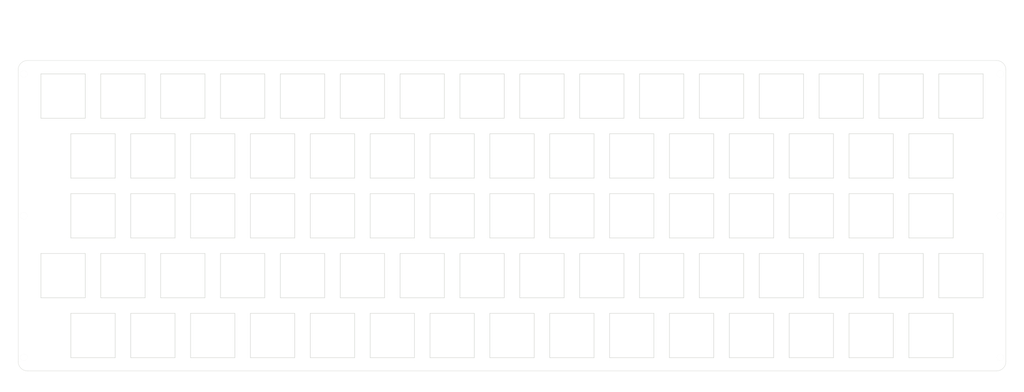
<source format=kicad_pcb>
(kicad_pcb (version 20171130) (host pcbnew "(5.1.12)-1")

  (general
    (thickness 1.6)
    (drawings 50)
    (tracks 0)
    (zones 0)
    (modules 93)
    (nets 1)
  )

  (page A3)
  (layers
    (0 F.Cu signal)
    (31 B.Cu signal)
    (32 B.Adhes user)
    (33 F.Adhes user)
    (34 B.Paste user)
    (35 F.Paste user)
    (36 B.SilkS user)
    (37 F.SilkS user)
    (38 B.Mask user)
    (39 F.Mask user)
    (40 Dwgs.User user)
    (41 Cmts.User user)
    (42 Eco1.User user)
    (43 Eco2.User user)
    (44 Edge.Cuts user)
    (45 Margin user)
    (46 B.CrtYd user)
    (47 F.CrtYd user)
    (48 B.Fab user)
    (49 F.Fab user)
  )

  (setup
    (last_trace_width 0.25)
    (user_trace_width 0.5)
    (user_trace_width 0.5)
    (trace_clearance 0.2)
    (zone_clearance 0.508)
    (zone_45_only no)
    (trace_min 0.2)
    (via_size 0.8)
    (via_drill 0.4)
    (via_min_size 0.4)
    (via_min_drill 0.3)
    (uvia_size 0.3)
    (uvia_drill 0.1)
    (uvias_allowed no)
    (uvia_min_size 0.2)
    (uvia_min_drill 0.1)
    (edge_width 0.1)
    (segment_width 0.2)
    (pcb_text_width 0.3)
    (pcb_text_size 1.5 1.5)
    (mod_edge_width 0.15)
    (mod_text_size 1 1)
    (mod_text_width 0.15)
    (pad_size 2.2 2.2)
    (pad_drill 2.2)
    (pad_to_mask_clearance 0)
    (aux_axis_origin 0 0)
    (visible_elements 7FFFFFFF)
    (pcbplotparams
      (layerselection 0x01000_7ffffffe)
      (usegerberextensions true)
      (usegerberattributes false)
      (usegerberadvancedattributes false)
      (creategerberjobfile false)
      (excludeedgelayer true)
      (linewidth 0.100000)
      (plotframeref false)
      (viasonmask false)
      (mode 1)
      (useauxorigin false)
      (hpglpennumber 1)
      (hpglpenspeed 20)
      (hpglpendiameter 15.000000)
      (psnegative false)
      (psa4output false)
      (plotreference true)
      (plotvalue true)
      (plotinvisibletext false)
      (padsonsilk false)
      (subtractmaskfromsilk false)
      (outputformat 4)
      (mirror false)
      (drillshape 0)
      (scaleselection 1)
      (outputdirectory "C:/Users/サリチル酸/Desktop/"))
  )

  (net 0 "")

  (net_class Default "これはデフォルトのネット クラスです。"
    (clearance 0.2)
    (trace_width 0.25)
    (via_dia 0.8)
    (via_drill 0.4)
    (uvia_dia 0.3)
    (uvia_drill 0.1)
  )

  (module kbd_SW_Hole:SW_Hole_1u (layer F.Cu) (tedit 60F58A59) (tstamp 6232D384)
    (at 209.55 104.775)
    (path /5C3DCEFA)
    (fp_text reference SW52 (at 7 8.1) (layer F.SilkS) hide
      (effects (font (size 1 1) (thickness 0.15)))
    )
    (fp_text value SW_PUSH (at -7.4 -8.1) (layer F.Fab) hide
      (effects (font (size 1 1) (thickness 0.15)))
    )
    (fp_line (start -7.05 -7.05) (end 7.05 -7.05) (layer Edge.Cuts) (width 0.15))
    (fp_line (start 7.05 -7.05) (end 7.05 7.05) (layer Edge.Cuts) (width 0.15))
    (fp_line (start 7.05 7.05) (end -7.05 7.05) (layer Edge.Cuts) (width 0.15))
    (fp_line (start -7.05 7.05) (end -7.05 -7.05) (layer Edge.Cuts) (width 0.15))
    (fp_line (start 9.525 -9.525) (end -9.525 -9.525) (layer F.Fab) (width 0.15))
    (fp_line (start -9.525 -9.525) (end -9.525 9.525) (layer F.Fab) (width 0.15))
    (fp_line (start -9.525 9.525) (end 9.525 9.525) (layer F.Fab) (width 0.15))
    (fp_line (start 9.525 9.525) (end 9.525 -9.525) (layer F.Fab) (width 0.15))
  )

  (module kbd_SW_Hole:SW_Hole_1u (layer F.Cu) (tedit 60F58A59) (tstamp 6232D379)
    (at 152.4 104.775)
    (path /5C3DCEFA)
    (fp_text reference SW37 (at 7 8.1) (layer F.SilkS) hide
      (effects (font (size 1 1) (thickness 0.15)))
    )
    (fp_text value SW_PUSH (at -7.4 -8.1) (layer F.Fab) hide
      (effects (font (size 1 1) (thickness 0.15)))
    )
    (fp_line (start -7.05 -7.05) (end 7.05 -7.05) (layer Edge.Cuts) (width 0.15))
    (fp_line (start 7.05 -7.05) (end 7.05 7.05) (layer Edge.Cuts) (width 0.15))
    (fp_line (start 7.05 7.05) (end -7.05 7.05) (layer Edge.Cuts) (width 0.15))
    (fp_line (start -7.05 7.05) (end -7.05 -7.05) (layer Edge.Cuts) (width 0.15))
    (fp_line (start 9.525 -9.525) (end -9.525 -9.525) (layer F.Fab) (width 0.15))
    (fp_line (start -9.525 -9.525) (end -9.525 9.525) (layer F.Fab) (width 0.15))
    (fp_line (start -9.525 9.525) (end 9.525 9.525) (layer F.Fab) (width 0.15))
    (fp_line (start 9.525 9.525) (end 9.525 -9.525) (layer F.Fab) (width 0.15))
  )

  (module kbd_SW_Hole:SW_Hole_1u (layer F.Cu) (tedit 60F58A59) (tstamp 6232D36E)
    (at 76.2 104.775)
    (path /5C3DCEFA)
    (fp_text reference SW17 (at 7 8.1) (layer F.SilkS) hide
      (effects (font (size 1 1) (thickness 0.15)))
    )
    (fp_text value SW_PUSH (at -7.4 -8.1) (layer F.Fab) hide
      (effects (font (size 1 1) (thickness 0.15)))
    )
    (fp_line (start -7.05 -7.05) (end 7.05 -7.05) (layer Edge.Cuts) (width 0.15))
    (fp_line (start 7.05 -7.05) (end 7.05 7.05) (layer Edge.Cuts) (width 0.15))
    (fp_line (start 7.05 7.05) (end -7.05 7.05) (layer Edge.Cuts) (width 0.15))
    (fp_line (start -7.05 7.05) (end -7.05 -7.05) (layer Edge.Cuts) (width 0.15))
    (fp_line (start 9.525 -9.525) (end -9.525 -9.525) (layer F.Fab) (width 0.15))
    (fp_line (start -9.525 -9.525) (end -9.525 9.525) (layer F.Fab) (width 0.15))
    (fp_line (start -9.525 9.525) (end 9.525 9.525) (layer F.Fab) (width 0.15))
    (fp_line (start 9.525 9.525) (end 9.525 -9.525) (layer F.Fab) (width 0.15))
  )

  (module kbd_SW_Hole:SW_Hole_1u (layer F.Cu) (tedit 60F58A59) (tstamp 6232D363)
    (at 38.1 104.775)
    (path /5C3DCEFA)
    (fp_text reference SW7 (at 7 8.1) (layer F.SilkS) hide
      (effects (font (size 1 1) (thickness 0.15)))
    )
    (fp_text value SW_PUSH (at -7.4 -8.1) (layer F.Fab) hide
      (effects (font (size 1 1) (thickness 0.15)))
    )
    (fp_line (start -7.05 -7.05) (end 7.05 -7.05) (layer Edge.Cuts) (width 0.15))
    (fp_line (start 7.05 -7.05) (end 7.05 7.05) (layer Edge.Cuts) (width 0.15))
    (fp_line (start 7.05 7.05) (end -7.05 7.05) (layer Edge.Cuts) (width 0.15))
    (fp_line (start -7.05 7.05) (end -7.05 -7.05) (layer Edge.Cuts) (width 0.15))
    (fp_line (start 9.525 -9.525) (end -9.525 -9.525) (layer F.Fab) (width 0.15))
    (fp_line (start -9.525 -9.525) (end -9.525 9.525) (layer F.Fab) (width 0.15))
    (fp_line (start -9.525 9.525) (end 9.525 9.525) (layer F.Fab) (width 0.15))
    (fp_line (start 9.525 9.525) (end 9.525 -9.525) (layer F.Fab) (width 0.15))
  )

  (module kbd_SW_Hole:SW_Hole_1u (layer F.Cu) (tedit 60F58A59) (tstamp 6232D358)
    (at 57.15 104.775)
    (path /5C3DCEFA)
    (fp_text reference SW12 (at 7 8.1) (layer F.SilkS) hide
      (effects (font (size 1 1) (thickness 0.15)))
    )
    (fp_text value SW_PUSH (at -7.4 -8.1) (layer F.Fab) hide
      (effects (font (size 1 1) (thickness 0.15)))
    )
    (fp_line (start -7.05 -7.05) (end 7.05 -7.05) (layer Edge.Cuts) (width 0.15))
    (fp_line (start 7.05 -7.05) (end 7.05 7.05) (layer Edge.Cuts) (width 0.15))
    (fp_line (start 7.05 7.05) (end -7.05 7.05) (layer Edge.Cuts) (width 0.15))
    (fp_line (start -7.05 7.05) (end -7.05 -7.05) (layer Edge.Cuts) (width 0.15))
    (fp_line (start 9.525 -9.525) (end -9.525 -9.525) (layer F.Fab) (width 0.15))
    (fp_line (start -9.525 -9.525) (end -9.525 9.525) (layer F.Fab) (width 0.15))
    (fp_line (start -9.525 9.525) (end 9.525 9.525) (layer F.Fab) (width 0.15))
    (fp_line (start 9.525 9.525) (end 9.525 -9.525) (layer F.Fab) (width 0.15))
  )

  (module kbd_SW_Hole:SW_Hole_1u (layer F.Cu) (tedit 60F58A59) (tstamp 6232D34D)
    (at 171.45 104.775)
    (path /5C3DCEFA)
    (fp_text reference SW42 (at 7 8.1) (layer F.SilkS) hide
      (effects (font (size 1 1) (thickness 0.15)))
    )
    (fp_text value SW_PUSH (at -7.4 -8.1) (layer F.Fab) hide
      (effects (font (size 1 1) (thickness 0.15)))
    )
    (fp_line (start -7.05 -7.05) (end 7.05 -7.05) (layer Edge.Cuts) (width 0.15))
    (fp_line (start 7.05 -7.05) (end 7.05 7.05) (layer Edge.Cuts) (width 0.15))
    (fp_line (start 7.05 7.05) (end -7.05 7.05) (layer Edge.Cuts) (width 0.15))
    (fp_line (start -7.05 7.05) (end -7.05 -7.05) (layer Edge.Cuts) (width 0.15))
    (fp_line (start 9.525 -9.525) (end -9.525 -9.525) (layer F.Fab) (width 0.15))
    (fp_line (start -9.525 -9.525) (end -9.525 9.525) (layer F.Fab) (width 0.15))
    (fp_line (start -9.525 9.525) (end 9.525 9.525) (layer F.Fab) (width 0.15))
    (fp_line (start 9.525 9.525) (end 9.525 -9.525) (layer F.Fab) (width 0.15))
  )

  (module kbd_SW_Hole:SW_Hole_1u (layer F.Cu) (tedit 60F58A59) (tstamp 6232D342)
    (at 266.7 104.775)
    (path /5C3DCE96)
    (fp_text reference SW61 (at 7 8.1) (layer F.SilkS) hide
      (effects (font (size 1 1) (thickness 0.15)))
    )
    (fp_text value SW_PUSH (at -7.4 -8.1) (layer F.Fab) hide
      (effects (font (size 1 1) (thickness 0.15)))
    )
    (fp_line (start -7.05 -7.05) (end 7.05 -7.05) (layer Edge.Cuts) (width 0.15))
    (fp_line (start 7.05 -7.05) (end 7.05 7.05) (layer Edge.Cuts) (width 0.15))
    (fp_line (start 7.05 7.05) (end -7.05 7.05) (layer Edge.Cuts) (width 0.15))
    (fp_line (start -7.05 7.05) (end -7.05 -7.05) (layer Edge.Cuts) (width 0.15))
    (fp_line (start 9.525 -9.525) (end -9.525 -9.525) (layer F.Fab) (width 0.15))
    (fp_line (start -9.525 -9.525) (end -9.525 9.525) (layer F.Fab) (width 0.15))
    (fp_line (start -9.525 9.525) (end 9.525 9.525) (layer F.Fab) (width 0.15))
    (fp_line (start 9.525 9.525) (end 9.525 -9.525) (layer F.Fab) (width 0.15))
  )

  (module kbd_SW_Hole:SW_Hole_1u (layer F.Cu) (tedit 60F58A59) (tstamp 6232D337)
    (at 285.75 104.775)
    (path /5C3DCE96)
    (fp_text reference SW58 (at 7 8.1) (layer F.SilkS) hide
      (effects (font (size 1 1) (thickness 0.15)))
    )
    (fp_text value SW_PUSH (at -7.4 -8.1) (layer F.Fab) hide
      (effects (font (size 1 1) (thickness 0.15)))
    )
    (fp_line (start -7.05 -7.05) (end 7.05 -7.05) (layer Edge.Cuts) (width 0.15))
    (fp_line (start 7.05 -7.05) (end 7.05 7.05) (layer Edge.Cuts) (width 0.15))
    (fp_line (start 7.05 7.05) (end -7.05 7.05) (layer Edge.Cuts) (width 0.15))
    (fp_line (start -7.05 7.05) (end -7.05 -7.05) (layer Edge.Cuts) (width 0.15))
    (fp_line (start 9.525 -9.525) (end -9.525 -9.525) (layer F.Fab) (width 0.15))
    (fp_line (start -9.525 -9.525) (end -9.525 9.525) (layer F.Fab) (width 0.15))
    (fp_line (start -9.525 9.525) (end 9.525 9.525) (layer F.Fab) (width 0.15))
    (fp_line (start 9.525 9.525) (end 9.525 -9.525) (layer F.Fab) (width 0.15))
  )

  (module kbd_SW_Hole:SW_Hole_1u (layer F.Cu) (tedit 60F58A59) (tstamp 6232D32C)
    (at 247.65 104.775)
    (path /5C3DCEFA)
    (fp_text reference SW60 (at 7 8.1) (layer F.SilkS) hide
      (effects (font (size 1 1) (thickness 0.15)))
    )
    (fp_text value SW_PUSH (at -7.4 -8.1) (layer F.Fab) hide
      (effects (font (size 1 1) (thickness 0.15)))
    )
    (fp_line (start -7.05 -7.05) (end 7.05 -7.05) (layer Edge.Cuts) (width 0.15))
    (fp_line (start 7.05 -7.05) (end 7.05 7.05) (layer Edge.Cuts) (width 0.15))
    (fp_line (start 7.05 7.05) (end -7.05 7.05) (layer Edge.Cuts) (width 0.15))
    (fp_line (start -7.05 7.05) (end -7.05 -7.05) (layer Edge.Cuts) (width 0.15))
    (fp_line (start 9.525 -9.525) (end -9.525 -9.525) (layer F.Fab) (width 0.15))
    (fp_line (start -9.525 -9.525) (end -9.525 9.525) (layer F.Fab) (width 0.15))
    (fp_line (start -9.525 9.525) (end 9.525 9.525) (layer F.Fab) (width 0.15))
    (fp_line (start 9.525 9.525) (end 9.525 -9.525) (layer F.Fab) (width 0.15))
  )

  (module kbd_SW_Hole:SW_Hole_1u (layer F.Cu) (tedit 60F58A59) (tstamp 6232D321)
    (at 133.35 104.775)
    (path /5C3DCEFA)
    (fp_text reference SW32 (at 7 8.1) (layer F.SilkS) hide
      (effects (font (size 1 1) (thickness 0.15)))
    )
    (fp_text value SW_PUSH (at -7.4 -8.1) (layer F.Fab) hide
      (effects (font (size 1 1) (thickness 0.15)))
    )
    (fp_line (start -7.05 -7.05) (end 7.05 -7.05) (layer Edge.Cuts) (width 0.15))
    (fp_line (start 7.05 -7.05) (end 7.05 7.05) (layer Edge.Cuts) (width 0.15))
    (fp_line (start 7.05 7.05) (end -7.05 7.05) (layer Edge.Cuts) (width 0.15))
    (fp_line (start -7.05 7.05) (end -7.05 -7.05) (layer Edge.Cuts) (width 0.15))
    (fp_line (start 9.525 -9.525) (end -9.525 -9.525) (layer F.Fab) (width 0.15))
    (fp_line (start -9.525 -9.525) (end -9.525 9.525) (layer F.Fab) (width 0.15))
    (fp_line (start -9.525 9.525) (end 9.525 9.525) (layer F.Fab) (width 0.15))
    (fp_line (start 9.525 9.525) (end 9.525 -9.525) (layer F.Fab) (width 0.15))
  )

  (module kbd_SW_Hole:SW_Hole_1u (layer F.Cu) (tedit 60F58A59) (tstamp 6232D316)
    (at 95.25 104.775)
    (path /5C3DCEFA)
    (fp_text reference SW22 (at 7 8.1) (layer F.SilkS) hide
      (effects (font (size 1 1) (thickness 0.15)))
    )
    (fp_text value SW_PUSH (at -7.4 -8.1) (layer F.Fab) hide
      (effects (font (size 1 1) (thickness 0.15)))
    )
    (fp_line (start -7.05 -7.05) (end 7.05 -7.05) (layer Edge.Cuts) (width 0.15))
    (fp_line (start 7.05 -7.05) (end 7.05 7.05) (layer Edge.Cuts) (width 0.15))
    (fp_line (start 7.05 7.05) (end -7.05 7.05) (layer Edge.Cuts) (width 0.15))
    (fp_line (start -7.05 7.05) (end -7.05 -7.05) (layer Edge.Cuts) (width 0.15))
    (fp_line (start 9.525 -9.525) (end -9.525 -9.525) (layer F.Fab) (width 0.15))
    (fp_line (start -9.525 -9.525) (end -9.525 9.525) (layer F.Fab) (width 0.15))
    (fp_line (start -9.525 9.525) (end 9.525 9.525) (layer F.Fab) (width 0.15))
    (fp_line (start 9.525 9.525) (end 9.525 -9.525) (layer F.Fab) (width 0.15))
  )

  (module kbd_SW_Hole:SW_Hole_1u (layer F.Cu) (tedit 60F58A59) (tstamp 6232D30B)
    (at 304.8 104.775)
    (path /5C3DCEFA)
    (fp_text reference SW70 (at 7 8.1) (layer F.SilkS) hide
      (effects (font (size 1 1) (thickness 0.15)))
    )
    (fp_text value SW_PUSH (at -7.4 -8.1) (layer F.Fab) hide
      (effects (font (size 1 1) (thickness 0.15)))
    )
    (fp_line (start -7.05 -7.05) (end 7.05 -7.05) (layer Edge.Cuts) (width 0.15))
    (fp_line (start 7.05 -7.05) (end 7.05 7.05) (layer Edge.Cuts) (width 0.15))
    (fp_line (start 7.05 7.05) (end -7.05 7.05) (layer Edge.Cuts) (width 0.15))
    (fp_line (start -7.05 7.05) (end -7.05 -7.05) (layer Edge.Cuts) (width 0.15))
    (fp_line (start 9.525 -9.525) (end -9.525 -9.525) (layer F.Fab) (width 0.15))
    (fp_line (start -9.525 -9.525) (end -9.525 9.525) (layer F.Fab) (width 0.15))
    (fp_line (start -9.525 9.525) (end 9.525 9.525) (layer F.Fab) (width 0.15))
    (fp_line (start 9.525 9.525) (end 9.525 -9.525) (layer F.Fab) (width 0.15))
  )

  (module kbd_SW_Hole:SW_Hole_1u (layer F.Cu) (tedit 60F58A59) (tstamp 6232D300)
    (at 228.6 104.775)
    (path /5C3DCEFA)
    (fp_text reference SW57 (at 7 8.1) (layer F.SilkS) hide
      (effects (font (size 1 1) (thickness 0.15)))
    )
    (fp_text value SW_PUSH (at -7.4 -8.1) (layer F.Fab) hide
      (effects (font (size 1 1) (thickness 0.15)))
    )
    (fp_line (start -7.05 -7.05) (end 7.05 -7.05) (layer Edge.Cuts) (width 0.15))
    (fp_line (start 7.05 -7.05) (end 7.05 7.05) (layer Edge.Cuts) (width 0.15))
    (fp_line (start 7.05 7.05) (end -7.05 7.05) (layer Edge.Cuts) (width 0.15))
    (fp_line (start -7.05 7.05) (end -7.05 -7.05) (layer Edge.Cuts) (width 0.15))
    (fp_line (start 9.525 -9.525) (end -9.525 -9.525) (layer F.Fab) (width 0.15))
    (fp_line (start -9.525 -9.525) (end -9.525 9.525) (layer F.Fab) (width 0.15))
    (fp_line (start -9.525 9.525) (end 9.525 9.525) (layer F.Fab) (width 0.15))
    (fp_line (start 9.525 9.525) (end 9.525 -9.525) (layer F.Fab) (width 0.15))
  )

  (module kbd_SW_Hole:SW_Hole_1u (layer F.Cu) (tedit 60F58A59) (tstamp 6232D2F5)
    (at 114.3 104.775)
    (path /5C3DCEFA)
    (fp_text reference SW27 (at 7 8.1) (layer F.SilkS) hide
      (effects (font (size 1 1) (thickness 0.15)))
    )
    (fp_text value SW_PUSH (at -7.4 -8.1) (layer F.Fab) hide
      (effects (font (size 1 1) (thickness 0.15)))
    )
    (fp_line (start -7.05 -7.05) (end 7.05 -7.05) (layer Edge.Cuts) (width 0.15))
    (fp_line (start 7.05 -7.05) (end 7.05 7.05) (layer Edge.Cuts) (width 0.15))
    (fp_line (start 7.05 7.05) (end -7.05 7.05) (layer Edge.Cuts) (width 0.15))
    (fp_line (start -7.05 7.05) (end -7.05 -7.05) (layer Edge.Cuts) (width 0.15))
    (fp_line (start 9.525 -9.525) (end -9.525 -9.525) (layer F.Fab) (width 0.15))
    (fp_line (start -9.525 -9.525) (end -9.525 9.525) (layer F.Fab) (width 0.15))
    (fp_line (start -9.525 9.525) (end 9.525 9.525) (layer F.Fab) (width 0.15))
    (fp_line (start 9.525 9.525) (end 9.525 -9.525) (layer F.Fab) (width 0.15))
  )

  (module kbd_SW_Hole:SW_Hole_1u (layer F.Cu) (tedit 60F58A59) (tstamp 6232D2EA)
    (at 190.5 104.775)
    (path /5C3DCEFA)
    (fp_text reference SW47 (at 7 8.1) (layer F.SilkS) hide
      (effects (font (size 1 1) (thickness 0.15)))
    )
    (fp_text value SW_PUSH (at -7.4 -8.1) (layer F.Fab) hide
      (effects (font (size 1 1) (thickness 0.15)))
    )
    (fp_line (start -7.05 -7.05) (end 7.05 -7.05) (layer Edge.Cuts) (width 0.15))
    (fp_line (start 7.05 -7.05) (end 7.05 7.05) (layer Edge.Cuts) (width 0.15))
    (fp_line (start 7.05 7.05) (end -7.05 7.05) (layer Edge.Cuts) (width 0.15))
    (fp_line (start -7.05 7.05) (end -7.05 -7.05) (layer Edge.Cuts) (width 0.15))
    (fp_line (start 9.525 -9.525) (end -9.525 -9.525) (layer F.Fab) (width 0.15))
    (fp_line (start -9.525 -9.525) (end -9.525 9.525) (layer F.Fab) (width 0.15))
    (fp_line (start -9.525 9.525) (end 9.525 9.525) (layer F.Fab) (width 0.15))
    (fp_line (start 9.525 9.525) (end 9.525 -9.525) (layer F.Fab) (width 0.15))
  )

  (module kbd_SW_Hole:SW_Hole_1u (layer F.Cu) (tedit 60F58A59) (tstamp 6232D187)
    (at 295.275 85.725)
    (path /5C3DCE96)
    (fp_text reference SW65 (at 7 8.1) (layer F.SilkS) hide
      (effects (font (size 1 1) (thickness 0.15)))
    )
    (fp_text value SW_PUSH (at -7.4 -8.1) (layer F.Fab) hide
      (effects (font (size 1 1) (thickness 0.15)))
    )
    (fp_line (start 9.525 9.525) (end 9.525 -9.525) (layer F.Fab) (width 0.15))
    (fp_line (start -9.525 9.525) (end 9.525 9.525) (layer F.Fab) (width 0.15))
    (fp_line (start -9.525 -9.525) (end -9.525 9.525) (layer F.Fab) (width 0.15))
    (fp_line (start 9.525 -9.525) (end -9.525 -9.525) (layer F.Fab) (width 0.15))
    (fp_line (start -7.05 7.05) (end -7.05 -7.05) (layer Edge.Cuts) (width 0.15))
    (fp_line (start 7.05 7.05) (end -7.05 7.05) (layer Edge.Cuts) (width 0.15))
    (fp_line (start 7.05 -7.05) (end 7.05 7.05) (layer Edge.Cuts) (width 0.15))
    (fp_line (start -7.05 -7.05) (end 7.05 -7.05) (layer Edge.Cuts) (width 0.15))
  )

  (module kbd_SW_Hole:SW_Hole_1u (layer F.Cu) (tedit 60F58A59) (tstamp 6232D17C)
    (at 276.225 85.725)
    (path /5C3DCE96)
    (fp_text reference SW64 (at 7 8.1) (layer F.SilkS) hide
      (effects (font (size 1 1) (thickness 0.15)))
    )
    (fp_text value SW_PUSH (at -7.4 -8.1) (layer F.Fab) hide
      (effects (font (size 1 1) (thickness 0.15)))
    )
    (fp_line (start 9.525 9.525) (end 9.525 -9.525) (layer F.Fab) (width 0.15))
    (fp_line (start -9.525 9.525) (end 9.525 9.525) (layer F.Fab) (width 0.15))
    (fp_line (start -9.525 -9.525) (end -9.525 9.525) (layer F.Fab) (width 0.15))
    (fp_line (start 9.525 -9.525) (end -9.525 -9.525) (layer F.Fab) (width 0.15))
    (fp_line (start -7.05 7.05) (end -7.05 -7.05) (layer Edge.Cuts) (width 0.15))
    (fp_line (start 7.05 7.05) (end -7.05 7.05) (layer Edge.Cuts) (width 0.15))
    (fp_line (start 7.05 -7.05) (end 7.05 7.05) (layer Edge.Cuts) (width 0.15))
    (fp_line (start -7.05 -7.05) (end 7.05 -7.05) (layer Edge.Cuts) (width 0.15))
  )

  (module kbd_SW_Hole:SW_Hole_1u (layer F.Cu) (tedit 60F58A59) (tstamp 6232D171)
    (at 28.575 85.725)
    (path /5C3DCE96)
    (fp_text reference SW1 (at 7 8.1) (layer F.SilkS) hide
      (effects (font (size 1 1) (thickness 0.15)))
    )
    (fp_text value SW_PUSH (at -7.4 -8.1) (layer F.Fab) hide
      (effects (font (size 1 1) (thickness 0.15)))
    )
    (fp_line (start 9.525 9.525) (end 9.525 -9.525) (layer F.Fab) (width 0.15))
    (fp_line (start -9.525 9.525) (end 9.525 9.525) (layer F.Fab) (width 0.15))
    (fp_line (start -9.525 -9.525) (end -9.525 9.525) (layer F.Fab) (width 0.15))
    (fp_line (start 9.525 -9.525) (end -9.525 -9.525) (layer F.Fab) (width 0.15))
    (fp_line (start -7.05 7.05) (end -7.05 -7.05) (layer Edge.Cuts) (width 0.15))
    (fp_line (start 7.05 7.05) (end -7.05 7.05) (layer Edge.Cuts) (width 0.15))
    (fp_line (start 7.05 -7.05) (end 7.05 7.05) (layer Edge.Cuts) (width 0.15))
    (fp_line (start -7.05 -7.05) (end 7.05 -7.05) (layer Edge.Cuts) (width 0.15))
  )

  (module kbd_SW_Hole:SW_Hole_1u (layer F.Cu) (tedit 60F58A59) (tstamp 6232D166)
    (at 66.675 85.725)
    (path /5C3DCE96)
    (fp_text reference SW11 (at 7 8.1) (layer F.SilkS) hide
      (effects (font (size 1 1) (thickness 0.15)))
    )
    (fp_text value SW_PUSH (at -7.4 -8.1) (layer F.Fab) hide
      (effects (font (size 1 1) (thickness 0.15)))
    )
    (fp_line (start 9.525 9.525) (end 9.525 -9.525) (layer F.Fab) (width 0.15))
    (fp_line (start -9.525 9.525) (end 9.525 9.525) (layer F.Fab) (width 0.15))
    (fp_line (start -9.525 -9.525) (end -9.525 9.525) (layer F.Fab) (width 0.15))
    (fp_line (start 9.525 -9.525) (end -9.525 -9.525) (layer F.Fab) (width 0.15))
    (fp_line (start -7.05 7.05) (end -7.05 -7.05) (layer Edge.Cuts) (width 0.15))
    (fp_line (start 7.05 7.05) (end -7.05 7.05) (layer Edge.Cuts) (width 0.15))
    (fp_line (start 7.05 -7.05) (end 7.05 7.05) (layer Edge.Cuts) (width 0.15))
    (fp_line (start -7.05 -7.05) (end 7.05 -7.05) (layer Edge.Cuts) (width 0.15))
  )

  (module kbd_SW_Hole:SW_Hole_1u (layer F.Cu) (tedit 60F58A59) (tstamp 6232D15B)
    (at 85.725 85.725)
    (path /5C3DCE96)
    (fp_text reference SW16 (at 7 8.1) (layer F.SilkS) hide
      (effects (font (size 1 1) (thickness 0.15)))
    )
    (fp_text value SW_PUSH (at -7.4 -8.1) (layer F.Fab) hide
      (effects (font (size 1 1) (thickness 0.15)))
    )
    (fp_line (start 9.525 9.525) (end 9.525 -9.525) (layer F.Fab) (width 0.15))
    (fp_line (start -9.525 9.525) (end 9.525 9.525) (layer F.Fab) (width 0.15))
    (fp_line (start -9.525 -9.525) (end -9.525 9.525) (layer F.Fab) (width 0.15))
    (fp_line (start 9.525 -9.525) (end -9.525 -9.525) (layer F.Fab) (width 0.15))
    (fp_line (start -7.05 7.05) (end -7.05 -7.05) (layer Edge.Cuts) (width 0.15))
    (fp_line (start 7.05 7.05) (end -7.05 7.05) (layer Edge.Cuts) (width 0.15))
    (fp_line (start 7.05 -7.05) (end 7.05 7.05) (layer Edge.Cuts) (width 0.15))
    (fp_line (start -7.05 -7.05) (end 7.05 -7.05) (layer Edge.Cuts) (width 0.15))
  )

  (module kbd_SW_Hole:SW_Hole_1u (layer F.Cu) (tedit 60F58A59) (tstamp 6232D150)
    (at 104.775 85.725)
    (path /5C3DCE96)
    (fp_text reference SW21 (at 7 8.1) (layer F.SilkS) hide
      (effects (font (size 1 1) (thickness 0.15)))
    )
    (fp_text value SW_PUSH (at -7.4 -8.1) (layer F.Fab) hide
      (effects (font (size 1 1) (thickness 0.15)))
    )
    (fp_line (start 9.525 9.525) (end 9.525 -9.525) (layer F.Fab) (width 0.15))
    (fp_line (start -9.525 9.525) (end 9.525 9.525) (layer F.Fab) (width 0.15))
    (fp_line (start -9.525 -9.525) (end -9.525 9.525) (layer F.Fab) (width 0.15))
    (fp_line (start 9.525 -9.525) (end -9.525 -9.525) (layer F.Fab) (width 0.15))
    (fp_line (start -7.05 7.05) (end -7.05 -7.05) (layer Edge.Cuts) (width 0.15))
    (fp_line (start 7.05 7.05) (end -7.05 7.05) (layer Edge.Cuts) (width 0.15))
    (fp_line (start 7.05 -7.05) (end 7.05 7.05) (layer Edge.Cuts) (width 0.15))
    (fp_line (start -7.05 -7.05) (end 7.05 -7.05) (layer Edge.Cuts) (width 0.15))
  )

  (module kbd_SW_Hole:SW_Hole_1u (layer F.Cu) (tedit 60F58A59) (tstamp 6232D145)
    (at 47.625 85.725)
    (path /5C3DCE96)
    (fp_text reference SW6 (at 7 8.1) (layer F.SilkS) hide
      (effects (font (size 1 1) (thickness 0.15)))
    )
    (fp_text value SW_PUSH (at -7.4 -8.1) (layer F.Fab) hide
      (effects (font (size 1 1) (thickness 0.15)))
    )
    (fp_line (start 9.525 9.525) (end 9.525 -9.525) (layer F.Fab) (width 0.15))
    (fp_line (start -9.525 9.525) (end 9.525 9.525) (layer F.Fab) (width 0.15))
    (fp_line (start -9.525 -9.525) (end -9.525 9.525) (layer F.Fab) (width 0.15))
    (fp_line (start 9.525 -9.525) (end -9.525 -9.525) (layer F.Fab) (width 0.15))
    (fp_line (start -7.05 7.05) (end -7.05 -7.05) (layer Edge.Cuts) (width 0.15))
    (fp_line (start 7.05 7.05) (end -7.05 7.05) (layer Edge.Cuts) (width 0.15))
    (fp_line (start 7.05 -7.05) (end 7.05 7.05) (layer Edge.Cuts) (width 0.15))
    (fp_line (start -7.05 -7.05) (end 7.05 -7.05) (layer Edge.Cuts) (width 0.15))
  )

  (module kbd_SW_Hole:SW_Hole_1u (layer F.Cu) (tedit 60F58A59) (tstamp 6232D13A)
    (at 142.875 85.725)
    (path /5C3DCE96)
    (fp_text reference SW31 (at 7 8.1) (layer F.SilkS) hide
      (effects (font (size 1 1) (thickness 0.15)))
    )
    (fp_text value SW_PUSH (at -7.4 -8.1) (layer F.Fab) hide
      (effects (font (size 1 1) (thickness 0.15)))
    )
    (fp_line (start 9.525 9.525) (end 9.525 -9.525) (layer F.Fab) (width 0.15))
    (fp_line (start -9.525 9.525) (end 9.525 9.525) (layer F.Fab) (width 0.15))
    (fp_line (start -9.525 -9.525) (end -9.525 9.525) (layer F.Fab) (width 0.15))
    (fp_line (start 9.525 -9.525) (end -9.525 -9.525) (layer F.Fab) (width 0.15))
    (fp_line (start -7.05 7.05) (end -7.05 -7.05) (layer Edge.Cuts) (width 0.15))
    (fp_line (start 7.05 7.05) (end -7.05 7.05) (layer Edge.Cuts) (width 0.15))
    (fp_line (start 7.05 -7.05) (end 7.05 7.05) (layer Edge.Cuts) (width 0.15))
    (fp_line (start -7.05 -7.05) (end 7.05 -7.05) (layer Edge.Cuts) (width 0.15))
  )

  (module kbd_SW_Hole:SW_Hole_1u (layer F.Cu) (tedit 60F58A59) (tstamp 6232D12F)
    (at 123.825 85.725)
    (path /5C3DCE96)
    (fp_text reference SW26 (at 7 8.1) (layer F.SilkS) hide
      (effects (font (size 1 1) (thickness 0.15)))
    )
    (fp_text value SW_PUSH (at -7.4 -8.1) (layer F.Fab) hide
      (effects (font (size 1 1) (thickness 0.15)))
    )
    (fp_line (start 9.525 9.525) (end 9.525 -9.525) (layer F.Fab) (width 0.15))
    (fp_line (start -9.525 9.525) (end 9.525 9.525) (layer F.Fab) (width 0.15))
    (fp_line (start -9.525 -9.525) (end -9.525 9.525) (layer F.Fab) (width 0.15))
    (fp_line (start 9.525 -9.525) (end -9.525 -9.525) (layer F.Fab) (width 0.15))
    (fp_line (start -7.05 7.05) (end -7.05 -7.05) (layer Edge.Cuts) (width 0.15))
    (fp_line (start 7.05 7.05) (end -7.05 7.05) (layer Edge.Cuts) (width 0.15))
    (fp_line (start 7.05 -7.05) (end 7.05 7.05) (layer Edge.Cuts) (width 0.15))
    (fp_line (start -7.05 -7.05) (end 7.05 -7.05) (layer Edge.Cuts) (width 0.15))
  )

  (module kbd_SW_Hole:SW_Hole_1u (layer F.Cu) (tedit 60F58A59) (tstamp 6232D124)
    (at 219.075 85.725)
    (path /5C3DCE96)
    (fp_text reference SW51 (at 7 8.1) (layer F.SilkS) hide
      (effects (font (size 1 1) (thickness 0.15)))
    )
    (fp_text value SW_PUSH (at -7.4 -8.1) (layer F.Fab) hide
      (effects (font (size 1 1) (thickness 0.15)))
    )
    (fp_line (start 9.525 9.525) (end 9.525 -9.525) (layer F.Fab) (width 0.15))
    (fp_line (start -9.525 9.525) (end 9.525 9.525) (layer F.Fab) (width 0.15))
    (fp_line (start -9.525 -9.525) (end -9.525 9.525) (layer F.Fab) (width 0.15))
    (fp_line (start 9.525 -9.525) (end -9.525 -9.525) (layer F.Fab) (width 0.15))
    (fp_line (start -7.05 7.05) (end -7.05 -7.05) (layer Edge.Cuts) (width 0.15))
    (fp_line (start 7.05 7.05) (end -7.05 7.05) (layer Edge.Cuts) (width 0.15))
    (fp_line (start 7.05 -7.05) (end 7.05 7.05) (layer Edge.Cuts) (width 0.15))
    (fp_line (start -7.05 -7.05) (end 7.05 -7.05) (layer Edge.Cuts) (width 0.15))
  )

  (module kbd_SW_Hole:SW_Hole_1u (layer F.Cu) (tedit 60F58A59) (tstamp 6232D119)
    (at 200.025 85.725)
    (path /5C3DCE96)
    (fp_text reference SW46 (at 7 8.1) (layer F.SilkS) hide
      (effects (font (size 1 1) (thickness 0.15)))
    )
    (fp_text value SW_PUSH (at -7.4 -8.1) (layer F.Fab) hide
      (effects (font (size 1 1) (thickness 0.15)))
    )
    (fp_line (start 9.525 9.525) (end 9.525 -9.525) (layer F.Fab) (width 0.15))
    (fp_line (start -9.525 9.525) (end 9.525 9.525) (layer F.Fab) (width 0.15))
    (fp_line (start -9.525 -9.525) (end -9.525 9.525) (layer F.Fab) (width 0.15))
    (fp_line (start 9.525 -9.525) (end -9.525 -9.525) (layer F.Fab) (width 0.15))
    (fp_line (start -7.05 7.05) (end -7.05 -7.05) (layer Edge.Cuts) (width 0.15))
    (fp_line (start 7.05 7.05) (end -7.05 7.05) (layer Edge.Cuts) (width 0.15))
    (fp_line (start 7.05 -7.05) (end 7.05 7.05) (layer Edge.Cuts) (width 0.15))
    (fp_line (start -7.05 -7.05) (end 7.05 -7.05) (layer Edge.Cuts) (width 0.15))
  )

  (module kbd_SW_Hole:SW_Hole_1u (layer F.Cu) (tedit 60F58A59) (tstamp 6232D10E)
    (at 314.325 85.725)
    (path /5C3DCE96)
    (fp_text reference SW69 (at 7 8.1) (layer F.SilkS) hide
      (effects (font (size 1 1) (thickness 0.15)))
    )
    (fp_text value SW_PUSH (at -7.4 -8.1) (layer F.Fab) hide
      (effects (font (size 1 1) (thickness 0.15)))
    )
    (fp_line (start 9.525 9.525) (end 9.525 -9.525) (layer F.Fab) (width 0.15))
    (fp_line (start -9.525 9.525) (end 9.525 9.525) (layer F.Fab) (width 0.15))
    (fp_line (start -9.525 -9.525) (end -9.525 9.525) (layer F.Fab) (width 0.15))
    (fp_line (start 9.525 -9.525) (end -9.525 -9.525) (layer F.Fab) (width 0.15))
    (fp_line (start -7.05 7.05) (end -7.05 -7.05) (layer Edge.Cuts) (width 0.15))
    (fp_line (start 7.05 7.05) (end -7.05 7.05) (layer Edge.Cuts) (width 0.15))
    (fp_line (start 7.05 -7.05) (end 7.05 7.05) (layer Edge.Cuts) (width 0.15))
    (fp_line (start -7.05 -7.05) (end 7.05 -7.05) (layer Edge.Cuts) (width 0.15))
  )

  (module kbd_SW_Hole:SW_Hole_1u (layer F.Cu) (tedit 60F58A59) (tstamp 6232D103)
    (at 161.925 85.725)
    (path /5C3DCE96)
    (fp_text reference SW36 (at 7 8.1) (layer F.SilkS) hide
      (effects (font (size 1 1) (thickness 0.15)))
    )
    (fp_text value SW_PUSH (at -7.4 -8.1) (layer F.Fab) hide
      (effects (font (size 1 1) (thickness 0.15)))
    )
    (fp_line (start 9.525 9.525) (end 9.525 -9.525) (layer F.Fab) (width 0.15))
    (fp_line (start -9.525 9.525) (end 9.525 9.525) (layer F.Fab) (width 0.15))
    (fp_line (start -9.525 -9.525) (end -9.525 9.525) (layer F.Fab) (width 0.15))
    (fp_line (start 9.525 -9.525) (end -9.525 -9.525) (layer F.Fab) (width 0.15))
    (fp_line (start -7.05 7.05) (end -7.05 -7.05) (layer Edge.Cuts) (width 0.15))
    (fp_line (start 7.05 7.05) (end -7.05 7.05) (layer Edge.Cuts) (width 0.15))
    (fp_line (start 7.05 -7.05) (end 7.05 7.05) (layer Edge.Cuts) (width 0.15))
    (fp_line (start -7.05 -7.05) (end 7.05 -7.05) (layer Edge.Cuts) (width 0.15))
  )

  (module kbd_SW_Hole:SW_Hole_1u (layer F.Cu) (tedit 60F58A59) (tstamp 6232D0F8)
    (at 238.125 85.725)
    (path /5C3DCE96)
    (fp_text reference SW56 (at 7 8.1) (layer F.SilkS) hide
      (effects (font (size 1 1) (thickness 0.15)))
    )
    (fp_text value SW_PUSH (at -7.4 -8.1) (layer F.Fab) hide
      (effects (font (size 1 1) (thickness 0.15)))
    )
    (fp_line (start 9.525 9.525) (end 9.525 -9.525) (layer F.Fab) (width 0.15))
    (fp_line (start -9.525 9.525) (end 9.525 9.525) (layer F.Fab) (width 0.15))
    (fp_line (start -9.525 -9.525) (end -9.525 9.525) (layer F.Fab) (width 0.15))
    (fp_line (start 9.525 -9.525) (end -9.525 -9.525) (layer F.Fab) (width 0.15))
    (fp_line (start -7.05 7.05) (end -7.05 -7.05) (layer Edge.Cuts) (width 0.15))
    (fp_line (start 7.05 7.05) (end -7.05 7.05) (layer Edge.Cuts) (width 0.15))
    (fp_line (start 7.05 -7.05) (end 7.05 7.05) (layer Edge.Cuts) (width 0.15))
    (fp_line (start -7.05 -7.05) (end 7.05 -7.05) (layer Edge.Cuts) (width 0.15))
  )

  (module kbd_SW_Hole:SW_Hole_1u (layer F.Cu) (tedit 60F58A59) (tstamp 6232D0ED)
    (at 180.975 85.725)
    (path /5C3DCE96)
    (fp_text reference SW41 (at 7 8.1) (layer F.SilkS) hide
      (effects (font (size 1 1) (thickness 0.15)))
    )
    (fp_text value SW_PUSH (at -7.4 -8.1) (layer F.Fab) hide
      (effects (font (size 1 1) (thickness 0.15)))
    )
    (fp_line (start 9.525 9.525) (end 9.525 -9.525) (layer F.Fab) (width 0.15))
    (fp_line (start -9.525 9.525) (end 9.525 9.525) (layer F.Fab) (width 0.15))
    (fp_line (start -9.525 -9.525) (end -9.525 9.525) (layer F.Fab) (width 0.15))
    (fp_line (start 9.525 -9.525) (end -9.525 -9.525) (layer F.Fab) (width 0.15))
    (fp_line (start -7.05 7.05) (end -7.05 -7.05) (layer Edge.Cuts) (width 0.15))
    (fp_line (start 7.05 7.05) (end -7.05 7.05) (layer Edge.Cuts) (width 0.15))
    (fp_line (start 7.05 -7.05) (end 7.05 7.05) (layer Edge.Cuts) (width 0.15))
    (fp_line (start -7.05 -7.05) (end 7.05 -7.05) (layer Edge.Cuts) (width 0.15))
  )

  (module kbd_SW_Hole:SW_Hole_1u (layer F.Cu) (tedit 60F58A59) (tstamp 6232D0E2)
    (at 257.175 85.725)
    (path /5C3DCE96)
    (fp_text reference SW59 (at 7 8.1) (layer F.SilkS) hide
      (effects (font (size 1 1) (thickness 0.15)))
    )
    (fp_text value SW_PUSH (at -7.4 -8.1) (layer F.Fab) hide
      (effects (font (size 1 1) (thickness 0.15)))
    )
    (fp_line (start 9.525 9.525) (end 9.525 -9.525) (layer F.Fab) (width 0.15))
    (fp_line (start -9.525 9.525) (end 9.525 9.525) (layer F.Fab) (width 0.15))
    (fp_line (start -9.525 -9.525) (end -9.525 9.525) (layer F.Fab) (width 0.15))
    (fp_line (start 9.525 -9.525) (end -9.525 -9.525) (layer F.Fab) (width 0.15))
    (fp_line (start -7.05 7.05) (end -7.05 -7.05) (layer Edge.Cuts) (width 0.15))
    (fp_line (start 7.05 7.05) (end -7.05 7.05) (layer Edge.Cuts) (width 0.15))
    (fp_line (start 7.05 -7.05) (end 7.05 7.05) (layer Edge.Cuts) (width 0.15))
    (fp_line (start -7.05 -7.05) (end 7.05 -7.05) (layer Edge.Cuts) (width 0.15))
  )

  (module kbd_SW_Hole:SW_Hole_1u (layer F.Cu) (tedit 60F58A59) (tstamp 6232CE5E)
    (at 57.15 66.675)
    (path /5C3DCEFA)
    (fp_text reference SW12 (at 7 8.1) (layer F.SilkS) hide
      (effects (font (size 1 1) (thickness 0.15)))
    )
    (fp_text value SW_PUSH (at -7.4 -8.1) (layer F.Fab) hide
      (effects (font (size 1 1) (thickness 0.15)))
    )
    (fp_line (start 9.525 9.525) (end 9.525 -9.525) (layer F.Fab) (width 0.15))
    (fp_line (start -9.525 9.525) (end 9.525 9.525) (layer F.Fab) (width 0.15))
    (fp_line (start -9.525 -9.525) (end -9.525 9.525) (layer F.Fab) (width 0.15))
    (fp_line (start 9.525 -9.525) (end -9.525 -9.525) (layer F.Fab) (width 0.15))
    (fp_line (start -7.05 7.05) (end -7.05 -7.05) (layer Edge.Cuts) (width 0.15))
    (fp_line (start 7.05 7.05) (end -7.05 7.05) (layer Edge.Cuts) (width 0.15))
    (fp_line (start 7.05 -7.05) (end 7.05 7.05) (layer Edge.Cuts) (width 0.15))
    (fp_line (start -7.05 -7.05) (end 7.05 -7.05) (layer Edge.Cuts) (width 0.15))
  )

  (module kbd_SW_Hole:SW_Hole_1u (layer F.Cu) (tedit 60F58A59) (tstamp 6232CE53)
    (at 76.2 66.675)
    (path /5C3DCEFA)
    (fp_text reference SW17 (at 7 8.1) (layer F.SilkS) hide
      (effects (font (size 1 1) (thickness 0.15)))
    )
    (fp_text value SW_PUSH (at -7.4 -8.1) (layer F.Fab) hide
      (effects (font (size 1 1) (thickness 0.15)))
    )
    (fp_line (start 9.525 9.525) (end 9.525 -9.525) (layer F.Fab) (width 0.15))
    (fp_line (start -9.525 9.525) (end 9.525 9.525) (layer F.Fab) (width 0.15))
    (fp_line (start -9.525 -9.525) (end -9.525 9.525) (layer F.Fab) (width 0.15))
    (fp_line (start 9.525 -9.525) (end -9.525 -9.525) (layer F.Fab) (width 0.15))
    (fp_line (start -7.05 7.05) (end -7.05 -7.05) (layer Edge.Cuts) (width 0.15))
    (fp_line (start 7.05 7.05) (end -7.05 7.05) (layer Edge.Cuts) (width 0.15))
    (fp_line (start 7.05 -7.05) (end 7.05 7.05) (layer Edge.Cuts) (width 0.15))
    (fp_line (start -7.05 -7.05) (end 7.05 -7.05) (layer Edge.Cuts) (width 0.15))
  )

  (module kbd_SW_Hole:SW_Hole_1u (layer F.Cu) (tedit 60F58A59) (tstamp 6232CE48)
    (at 38.1 66.675)
    (path /5C3DCEFA)
    (fp_text reference SW7 (at 7 8.1) (layer F.SilkS) hide
      (effects (font (size 1 1) (thickness 0.15)))
    )
    (fp_text value SW_PUSH (at -7.4 -8.1) (layer F.Fab) hide
      (effects (font (size 1 1) (thickness 0.15)))
    )
    (fp_line (start 9.525 9.525) (end 9.525 -9.525) (layer F.Fab) (width 0.15))
    (fp_line (start -9.525 9.525) (end 9.525 9.525) (layer F.Fab) (width 0.15))
    (fp_line (start -9.525 -9.525) (end -9.525 9.525) (layer F.Fab) (width 0.15))
    (fp_line (start 9.525 -9.525) (end -9.525 -9.525) (layer F.Fab) (width 0.15))
    (fp_line (start -7.05 7.05) (end -7.05 -7.05) (layer Edge.Cuts) (width 0.15))
    (fp_line (start 7.05 7.05) (end -7.05 7.05) (layer Edge.Cuts) (width 0.15))
    (fp_line (start 7.05 -7.05) (end 7.05 7.05) (layer Edge.Cuts) (width 0.15))
    (fp_line (start -7.05 -7.05) (end 7.05 -7.05) (layer Edge.Cuts) (width 0.15))
  )

  (module kbd_SW_Hole:SW_Hole_1u (layer F.Cu) (tedit 60F58A59) (tstamp 6232CE3D)
    (at 209.55 66.675)
    (path /5C3DCEFA)
    (fp_text reference SW52 (at 7 8.1) (layer F.SilkS) hide
      (effects (font (size 1 1) (thickness 0.15)))
    )
    (fp_text value SW_PUSH (at -7.4 -8.1) (layer F.Fab) hide
      (effects (font (size 1 1) (thickness 0.15)))
    )
    (fp_line (start 9.525 9.525) (end 9.525 -9.525) (layer F.Fab) (width 0.15))
    (fp_line (start -9.525 9.525) (end 9.525 9.525) (layer F.Fab) (width 0.15))
    (fp_line (start -9.525 -9.525) (end -9.525 9.525) (layer F.Fab) (width 0.15))
    (fp_line (start 9.525 -9.525) (end -9.525 -9.525) (layer F.Fab) (width 0.15))
    (fp_line (start -7.05 7.05) (end -7.05 -7.05) (layer Edge.Cuts) (width 0.15))
    (fp_line (start 7.05 7.05) (end -7.05 7.05) (layer Edge.Cuts) (width 0.15))
    (fp_line (start 7.05 -7.05) (end 7.05 7.05) (layer Edge.Cuts) (width 0.15))
    (fp_line (start -7.05 -7.05) (end 7.05 -7.05) (layer Edge.Cuts) (width 0.15))
  )

  (module kbd_SW_Hole:SW_Hole_1u (layer F.Cu) (tedit 60F58A59) (tstamp 6232CE32)
    (at 171.45 66.675)
    (path /5C3DCEFA)
    (fp_text reference SW42 (at 7 8.1) (layer F.SilkS) hide
      (effects (font (size 1 1) (thickness 0.15)))
    )
    (fp_text value SW_PUSH (at -7.4 -8.1) (layer F.Fab) hide
      (effects (font (size 1 1) (thickness 0.15)))
    )
    (fp_line (start 9.525 9.525) (end 9.525 -9.525) (layer F.Fab) (width 0.15))
    (fp_line (start -9.525 9.525) (end 9.525 9.525) (layer F.Fab) (width 0.15))
    (fp_line (start -9.525 -9.525) (end -9.525 9.525) (layer F.Fab) (width 0.15))
    (fp_line (start 9.525 -9.525) (end -9.525 -9.525) (layer F.Fab) (width 0.15))
    (fp_line (start -7.05 7.05) (end -7.05 -7.05) (layer Edge.Cuts) (width 0.15))
    (fp_line (start 7.05 7.05) (end -7.05 7.05) (layer Edge.Cuts) (width 0.15))
    (fp_line (start 7.05 -7.05) (end 7.05 7.05) (layer Edge.Cuts) (width 0.15))
    (fp_line (start -7.05 -7.05) (end 7.05 -7.05) (layer Edge.Cuts) (width 0.15))
  )

  (module kbd_SW_Hole:SW_Hole_1u (layer F.Cu) (tedit 60F58A59) (tstamp 6232CE27)
    (at 152.4 66.675)
    (path /5C3DCEFA)
    (fp_text reference SW37 (at 7 8.1) (layer F.SilkS) hide
      (effects (font (size 1 1) (thickness 0.15)))
    )
    (fp_text value SW_PUSH (at -7.4 -8.1) (layer F.Fab) hide
      (effects (font (size 1 1) (thickness 0.15)))
    )
    (fp_line (start 9.525 9.525) (end 9.525 -9.525) (layer F.Fab) (width 0.15))
    (fp_line (start -9.525 9.525) (end 9.525 9.525) (layer F.Fab) (width 0.15))
    (fp_line (start -9.525 -9.525) (end -9.525 9.525) (layer F.Fab) (width 0.15))
    (fp_line (start 9.525 -9.525) (end -9.525 -9.525) (layer F.Fab) (width 0.15))
    (fp_line (start -7.05 7.05) (end -7.05 -7.05) (layer Edge.Cuts) (width 0.15))
    (fp_line (start 7.05 7.05) (end -7.05 7.05) (layer Edge.Cuts) (width 0.15))
    (fp_line (start 7.05 -7.05) (end 7.05 7.05) (layer Edge.Cuts) (width 0.15))
    (fp_line (start -7.05 -7.05) (end 7.05 -7.05) (layer Edge.Cuts) (width 0.15))
  )

  (module kbd_SW_Hole:SW_Hole_1u (layer F.Cu) (tedit 60F58A59) (tstamp 6232CE1C)
    (at 228.6 66.675)
    (path /5C3DCEFA)
    (fp_text reference SW57 (at 7 8.1) (layer F.SilkS) hide
      (effects (font (size 1 1) (thickness 0.15)))
    )
    (fp_text value SW_PUSH (at -7.4 -8.1) (layer F.Fab) hide
      (effects (font (size 1 1) (thickness 0.15)))
    )
    (fp_line (start 9.525 9.525) (end 9.525 -9.525) (layer F.Fab) (width 0.15))
    (fp_line (start -9.525 9.525) (end 9.525 9.525) (layer F.Fab) (width 0.15))
    (fp_line (start -9.525 -9.525) (end -9.525 9.525) (layer F.Fab) (width 0.15))
    (fp_line (start 9.525 -9.525) (end -9.525 -9.525) (layer F.Fab) (width 0.15))
    (fp_line (start -7.05 7.05) (end -7.05 -7.05) (layer Edge.Cuts) (width 0.15))
    (fp_line (start 7.05 7.05) (end -7.05 7.05) (layer Edge.Cuts) (width 0.15))
    (fp_line (start 7.05 -7.05) (end 7.05 7.05) (layer Edge.Cuts) (width 0.15))
    (fp_line (start -7.05 -7.05) (end 7.05 -7.05) (layer Edge.Cuts) (width 0.15))
  )

  (module kbd_SW_Hole:SW_Hole_1u (layer F.Cu) (tedit 60F58A59) (tstamp 6232CE11)
    (at 247.65 66.675)
    (path /5C3DCEFA)
    (fp_text reference SW60 (at 7 8.1) (layer F.SilkS) hide
      (effects (font (size 1 1) (thickness 0.15)))
    )
    (fp_text value SW_PUSH (at -7.4 -8.1) (layer F.Fab) hide
      (effects (font (size 1 1) (thickness 0.15)))
    )
    (fp_line (start 9.525 9.525) (end 9.525 -9.525) (layer F.Fab) (width 0.15))
    (fp_line (start -9.525 9.525) (end 9.525 9.525) (layer F.Fab) (width 0.15))
    (fp_line (start -9.525 -9.525) (end -9.525 9.525) (layer F.Fab) (width 0.15))
    (fp_line (start 9.525 -9.525) (end -9.525 -9.525) (layer F.Fab) (width 0.15))
    (fp_line (start -7.05 7.05) (end -7.05 -7.05) (layer Edge.Cuts) (width 0.15))
    (fp_line (start 7.05 7.05) (end -7.05 7.05) (layer Edge.Cuts) (width 0.15))
    (fp_line (start 7.05 -7.05) (end 7.05 7.05) (layer Edge.Cuts) (width 0.15))
    (fp_line (start -7.05 -7.05) (end 7.05 -7.05) (layer Edge.Cuts) (width 0.15))
  )

  (module kbd_SW_Hole:SW_Hole_1u (layer F.Cu) (tedit 60F58A59) (tstamp 6232CE06)
    (at 133.35 66.675)
    (path /5C3DCEFA)
    (fp_text reference SW32 (at 7 8.1) (layer F.SilkS) hide
      (effects (font (size 1 1) (thickness 0.15)))
    )
    (fp_text value SW_PUSH (at -7.4 -8.1) (layer F.Fab) hide
      (effects (font (size 1 1) (thickness 0.15)))
    )
    (fp_line (start 9.525 9.525) (end 9.525 -9.525) (layer F.Fab) (width 0.15))
    (fp_line (start -9.525 9.525) (end 9.525 9.525) (layer F.Fab) (width 0.15))
    (fp_line (start -9.525 -9.525) (end -9.525 9.525) (layer F.Fab) (width 0.15))
    (fp_line (start 9.525 -9.525) (end -9.525 -9.525) (layer F.Fab) (width 0.15))
    (fp_line (start -7.05 7.05) (end -7.05 -7.05) (layer Edge.Cuts) (width 0.15))
    (fp_line (start 7.05 7.05) (end -7.05 7.05) (layer Edge.Cuts) (width 0.15))
    (fp_line (start 7.05 -7.05) (end 7.05 7.05) (layer Edge.Cuts) (width 0.15))
    (fp_line (start -7.05 -7.05) (end 7.05 -7.05) (layer Edge.Cuts) (width 0.15))
  )

  (module kbd_SW_Hole:SW_Hole_1u (layer F.Cu) (tedit 60F58A59) (tstamp 6232CDFB)
    (at 190.5 66.675)
    (path /5C3DCEFA)
    (fp_text reference SW47 (at 7 8.1) (layer F.SilkS) hide
      (effects (font (size 1 1) (thickness 0.15)))
    )
    (fp_text value SW_PUSH (at -7.4 -8.1) (layer F.Fab) hide
      (effects (font (size 1 1) (thickness 0.15)))
    )
    (fp_line (start 9.525 9.525) (end 9.525 -9.525) (layer F.Fab) (width 0.15))
    (fp_line (start -9.525 9.525) (end 9.525 9.525) (layer F.Fab) (width 0.15))
    (fp_line (start -9.525 -9.525) (end -9.525 9.525) (layer F.Fab) (width 0.15))
    (fp_line (start 9.525 -9.525) (end -9.525 -9.525) (layer F.Fab) (width 0.15))
    (fp_line (start -7.05 7.05) (end -7.05 -7.05) (layer Edge.Cuts) (width 0.15))
    (fp_line (start 7.05 7.05) (end -7.05 7.05) (layer Edge.Cuts) (width 0.15))
    (fp_line (start 7.05 -7.05) (end 7.05 7.05) (layer Edge.Cuts) (width 0.15))
    (fp_line (start -7.05 -7.05) (end 7.05 -7.05) (layer Edge.Cuts) (width 0.15))
  )

  (module kbd_SW_Hole:SW_Hole_1u (layer F.Cu) (tedit 60F58A59) (tstamp 6232CDF0)
    (at 95.25 66.675)
    (path /5C3DCEFA)
    (fp_text reference SW22 (at 7 8.1) (layer F.SilkS) hide
      (effects (font (size 1 1) (thickness 0.15)))
    )
    (fp_text value SW_PUSH (at -7.4 -8.1) (layer F.Fab) hide
      (effects (font (size 1 1) (thickness 0.15)))
    )
    (fp_line (start 9.525 9.525) (end 9.525 -9.525) (layer F.Fab) (width 0.15))
    (fp_line (start -9.525 9.525) (end 9.525 9.525) (layer F.Fab) (width 0.15))
    (fp_line (start -9.525 -9.525) (end -9.525 9.525) (layer F.Fab) (width 0.15))
    (fp_line (start 9.525 -9.525) (end -9.525 -9.525) (layer F.Fab) (width 0.15))
    (fp_line (start -7.05 7.05) (end -7.05 -7.05) (layer Edge.Cuts) (width 0.15))
    (fp_line (start 7.05 7.05) (end -7.05 7.05) (layer Edge.Cuts) (width 0.15))
    (fp_line (start 7.05 -7.05) (end 7.05 7.05) (layer Edge.Cuts) (width 0.15))
    (fp_line (start -7.05 -7.05) (end 7.05 -7.05) (layer Edge.Cuts) (width 0.15))
  )

  (module kbd_SW_Hole:SW_Hole_1u (layer F.Cu) (tedit 60F58A59) (tstamp 6232CDE5)
    (at 114.3 66.675)
    (path /5C3DCEFA)
    (fp_text reference SW27 (at 7 8.1) (layer F.SilkS) hide
      (effects (font (size 1 1) (thickness 0.15)))
    )
    (fp_text value SW_PUSH (at -7.4 -8.1) (layer F.Fab) hide
      (effects (font (size 1 1) (thickness 0.15)))
    )
    (fp_line (start 9.525 9.525) (end 9.525 -9.525) (layer F.Fab) (width 0.15))
    (fp_line (start -9.525 9.525) (end 9.525 9.525) (layer F.Fab) (width 0.15))
    (fp_line (start -9.525 -9.525) (end -9.525 9.525) (layer F.Fab) (width 0.15))
    (fp_line (start 9.525 -9.525) (end -9.525 -9.525) (layer F.Fab) (width 0.15))
    (fp_line (start -7.05 7.05) (end -7.05 -7.05) (layer Edge.Cuts) (width 0.15))
    (fp_line (start 7.05 7.05) (end -7.05 7.05) (layer Edge.Cuts) (width 0.15))
    (fp_line (start 7.05 -7.05) (end 7.05 7.05) (layer Edge.Cuts) (width 0.15))
    (fp_line (start -7.05 -7.05) (end 7.05 -7.05) (layer Edge.Cuts) (width 0.15))
  )

  (module kbd_SW_Hole:SW_Hole_1u (layer F.Cu) (tedit 60F58A59) (tstamp 6232CDDA)
    (at 304.8 66.675)
    (path /5C3DCEFA)
    (fp_text reference SW70 (at 7 8.1) (layer F.SilkS) hide
      (effects (font (size 1 1) (thickness 0.15)))
    )
    (fp_text value SW_PUSH (at -7.4 -8.1) (layer F.Fab) hide
      (effects (font (size 1 1) (thickness 0.15)))
    )
    (fp_line (start 9.525 9.525) (end 9.525 -9.525) (layer F.Fab) (width 0.15))
    (fp_line (start -9.525 9.525) (end 9.525 9.525) (layer F.Fab) (width 0.15))
    (fp_line (start -9.525 -9.525) (end -9.525 9.525) (layer F.Fab) (width 0.15))
    (fp_line (start 9.525 -9.525) (end -9.525 -9.525) (layer F.Fab) (width 0.15))
    (fp_line (start -7.05 7.05) (end -7.05 -7.05) (layer Edge.Cuts) (width 0.15))
    (fp_line (start 7.05 7.05) (end -7.05 7.05) (layer Edge.Cuts) (width 0.15))
    (fp_line (start 7.05 -7.05) (end 7.05 7.05) (layer Edge.Cuts) (width 0.15))
    (fp_line (start -7.05 -7.05) (end 7.05 -7.05) (layer Edge.Cuts) (width 0.15))
  )

  (module kbd_SW_Hole:SW_Hole_1u (layer F.Cu) (tedit 60F58A59) (tstamp 6232CDCF)
    (at 266.7 66.675)
    (path /5C3DCE96)
    (fp_text reference SW61 (at 7 8.1) (layer F.SilkS) hide
      (effects (font (size 1 1) (thickness 0.15)))
    )
    (fp_text value SW_PUSH (at -7.4 -8.1) (layer F.Fab) hide
      (effects (font (size 1 1) (thickness 0.15)))
    )
    (fp_line (start 9.525 9.525) (end 9.525 -9.525) (layer F.Fab) (width 0.15))
    (fp_line (start -9.525 9.525) (end 9.525 9.525) (layer F.Fab) (width 0.15))
    (fp_line (start -9.525 -9.525) (end -9.525 9.525) (layer F.Fab) (width 0.15))
    (fp_line (start 9.525 -9.525) (end -9.525 -9.525) (layer F.Fab) (width 0.15))
    (fp_line (start -7.05 7.05) (end -7.05 -7.05) (layer Edge.Cuts) (width 0.15))
    (fp_line (start 7.05 7.05) (end -7.05 7.05) (layer Edge.Cuts) (width 0.15))
    (fp_line (start 7.05 -7.05) (end 7.05 7.05) (layer Edge.Cuts) (width 0.15))
    (fp_line (start -7.05 -7.05) (end 7.05 -7.05) (layer Edge.Cuts) (width 0.15))
  )

  (module kbd_SW_Hole:SW_Hole_1u (layer F.Cu) (tedit 60F58A59) (tstamp 6232CDC4)
    (at 285.75 66.675)
    (path /5C3DCE96)
    (fp_text reference SW58 (at 7 8.1) (layer F.SilkS) hide
      (effects (font (size 1 1) (thickness 0.15)))
    )
    (fp_text value SW_PUSH (at -7.4 -8.1) (layer F.Fab) hide
      (effects (font (size 1 1) (thickness 0.15)))
    )
    (fp_line (start 9.525 9.525) (end 9.525 -9.525) (layer F.Fab) (width 0.15))
    (fp_line (start -9.525 9.525) (end 9.525 9.525) (layer F.Fab) (width 0.15))
    (fp_line (start -9.525 -9.525) (end -9.525 9.525) (layer F.Fab) (width 0.15))
    (fp_line (start 9.525 -9.525) (end -9.525 -9.525) (layer F.Fab) (width 0.15))
    (fp_line (start -7.05 7.05) (end -7.05 -7.05) (layer Edge.Cuts) (width 0.15))
    (fp_line (start 7.05 7.05) (end -7.05 7.05) (layer Edge.Cuts) (width 0.15))
    (fp_line (start 7.05 -7.05) (end 7.05 7.05) (layer Edge.Cuts) (width 0.15))
    (fp_line (start -7.05 -7.05) (end 7.05 -7.05) (layer Edge.Cuts) (width 0.15))
  )

  (module kbd_SW_Hole:SW_Hole_1u (layer F.Cu) (tedit 60F58A59) (tstamp 60A298E0)
    (at 276.225 28.575)
    (path /5C3DCE96)
    (fp_text reference SW64 (at 7 8.1) (layer F.SilkS) hide
      (effects (font (size 1 1) (thickness 0.15)))
    )
    (fp_text value SW_PUSH (at -7.4 -8.1) (layer F.Fab) hide
      (effects (font (size 1 1) (thickness 0.15)))
    )
    (fp_line (start -7.05 -7.05) (end 7.05 -7.05) (layer Edge.Cuts) (width 0.15))
    (fp_line (start 7.05 -7.05) (end 7.05 7.05) (layer Edge.Cuts) (width 0.15))
    (fp_line (start 7.05 7.05) (end -7.05 7.05) (layer Edge.Cuts) (width 0.15))
    (fp_line (start -7.05 7.05) (end -7.05 -7.05) (layer Edge.Cuts) (width 0.15))
    (fp_line (start 9.525 -9.525) (end -9.525 -9.525) (layer F.Fab) (width 0.15))
    (fp_line (start -9.525 -9.525) (end -9.525 9.525) (layer F.Fab) (width 0.15))
    (fp_line (start -9.525 9.525) (end 9.525 9.525) (layer F.Fab) (width 0.15))
    (fp_line (start 9.525 9.525) (end 9.525 -9.525) (layer F.Fab) (width 0.15))
  )

  (module kbd_SW_Hole:SW_Hole_1u (layer F.Cu) (tedit 60F58A59) (tstamp 60A298D5)
    (at 295.275 28.575)
    (path /5C3DCE96)
    (fp_text reference SW65 (at 7 8.1) (layer F.SilkS) hide
      (effects (font (size 1 1) (thickness 0.15)))
    )
    (fp_text value SW_PUSH (at -7.4 -8.1) (layer F.Fab) hide
      (effects (font (size 1 1) (thickness 0.15)))
    )
    (fp_line (start -7.05 -7.05) (end 7.05 -7.05) (layer Edge.Cuts) (width 0.15))
    (fp_line (start 7.05 -7.05) (end 7.05 7.05) (layer Edge.Cuts) (width 0.15))
    (fp_line (start 7.05 7.05) (end -7.05 7.05) (layer Edge.Cuts) (width 0.15))
    (fp_line (start -7.05 7.05) (end -7.05 -7.05) (layer Edge.Cuts) (width 0.15))
    (fp_line (start 9.525 -9.525) (end -9.525 -9.525) (layer F.Fab) (width 0.15))
    (fp_line (start -9.525 -9.525) (end -9.525 9.525) (layer F.Fab) (width 0.15))
    (fp_line (start -9.525 9.525) (end 9.525 9.525) (layer F.Fab) (width 0.15))
    (fp_line (start 9.525 9.525) (end 9.525 -9.525) (layer F.Fab) (width 0.15))
  )

  (module kbd_SW_Hole:SW_Hole_1u (layer F.Cu) (tedit 60F58A59) (tstamp 60A2982A)
    (at 314.325 28.575)
    (path /5C3DCE96)
    (fp_text reference SW69 (at 7 8.1) (layer F.SilkS) hide
      (effects (font (size 1 1) (thickness 0.15)))
    )
    (fp_text value SW_PUSH (at -7.4 -8.1) (layer F.Fab) hide
      (effects (font (size 1 1) (thickness 0.15)))
    )
    (fp_line (start -7.05 -7.05) (end 7.05 -7.05) (layer Edge.Cuts) (width 0.15))
    (fp_line (start 7.05 -7.05) (end 7.05 7.05) (layer Edge.Cuts) (width 0.15))
    (fp_line (start 7.05 7.05) (end -7.05 7.05) (layer Edge.Cuts) (width 0.15))
    (fp_line (start -7.05 7.05) (end -7.05 -7.05) (layer Edge.Cuts) (width 0.15))
    (fp_line (start 9.525 -9.525) (end -9.525 -9.525) (layer F.Fab) (width 0.15))
    (fp_line (start -9.525 -9.525) (end -9.525 9.525) (layer F.Fab) (width 0.15))
    (fp_line (start -9.525 9.525) (end 9.525 9.525) (layer F.Fab) (width 0.15))
    (fp_line (start 9.525 9.525) (end 9.525 -9.525) (layer F.Fab) (width 0.15))
  )

  (module kbd_SW_Hole:SW_Hole_1u (layer F.Cu) (tedit 60F58A59) (tstamp 60A2971A)
    (at 285.75 47.625)
    (path /5C3DCE96)
    (fp_text reference SW58 (at 7 8.1) (layer F.SilkS) hide
      (effects (font (size 1 1) (thickness 0.15)))
    )
    (fp_text value SW_PUSH (at -7.4 -8.1) (layer F.Fab) hide
      (effects (font (size 1 1) (thickness 0.15)))
    )
    (fp_line (start -7.05 -7.05) (end 7.05 -7.05) (layer Edge.Cuts) (width 0.15))
    (fp_line (start 7.05 -7.05) (end 7.05 7.05) (layer Edge.Cuts) (width 0.15))
    (fp_line (start 7.05 7.05) (end -7.05 7.05) (layer Edge.Cuts) (width 0.15))
    (fp_line (start -7.05 7.05) (end -7.05 -7.05) (layer Edge.Cuts) (width 0.15))
    (fp_line (start 9.525 -9.525) (end -9.525 -9.525) (layer F.Fab) (width 0.15))
    (fp_line (start -9.525 -9.525) (end -9.525 9.525) (layer F.Fab) (width 0.15))
    (fp_line (start -9.525 9.525) (end 9.525 9.525) (layer F.Fab) (width 0.15))
    (fp_line (start 9.525 9.525) (end 9.525 -9.525) (layer F.Fab) (width 0.15))
  )

  (module kbd_SW_Hole:SW_Hole_1u (layer F.Cu) (tedit 60F58A59) (tstamp 60A2970F)
    (at 219.075 28.575)
    (path /5C3DCE96)
    (fp_text reference SW51 (at 7 8.1) (layer F.SilkS) hide
      (effects (font (size 1 1) (thickness 0.15)))
    )
    (fp_text value SW_PUSH (at -7.4 -8.1) (layer F.Fab) hide
      (effects (font (size 1 1) (thickness 0.15)))
    )
    (fp_line (start -7.05 -7.05) (end 7.05 -7.05) (layer Edge.Cuts) (width 0.15))
    (fp_line (start 7.05 -7.05) (end 7.05 7.05) (layer Edge.Cuts) (width 0.15))
    (fp_line (start 7.05 7.05) (end -7.05 7.05) (layer Edge.Cuts) (width 0.15))
    (fp_line (start -7.05 7.05) (end -7.05 -7.05) (layer Edge.Cuts) (width 0.15))
    (fp_line (start 9.525 -9.525) (end -9.525 -9.525) (layer F.Fab) (width 0.15))
    (fp_line (start -9.525 -9.525) (end -9.525 9.525) (layer F.Fab) (width 0.15))
    (fp_line (start -9.525 9.525) (end 9.525 9.525) (layer F.Fab) (width 0.15))
    (fp_line (start 9.525 9.525) (end 9.525 -9.525) (layer F.Fab) (width 0.15))
  )

  (module kbd_SW_Hole:SW_Hole_1u (layer F.Cu) (tedit 60F58A59) (tstamp 60A29704)
    (at 257.175 28.575)
    (path /5C3DCE96)
    (fp_text reference SW59 (at 7 8.1) (layer F.SilkS) hide
      (effects (font (size 1 1) (thickness 0.15)))
    )
    (fp_text value SW_PUSH (at -7.4 -8.1) (layer F.Fab) hide
      (effects (font (size 1 1) (thickness 0.15)))
    )
    (fp_line (start -7.05 -7.05) (end 7.05 -7.05) (layer Edge.Cuts) (width 0.15))
    (fp_line (start 7.05 -7.05) (end 7.05 7.05) (layer Edge.Cuts) (width 0.15))
    (fp_line (start 7.05 7.05) (end -7.05 7.05) (layer Edge.Cuts) (width 0.15))
    (fp_line (start -7.05 7.05) (end -7.05 -7.05) (layer Edge.Cuts) (width 0.15))
    (fp_line (start 9.525 -9.525) (end -9.525 -9.525) (layer F.Fab) (width 0.15))
    (fp_line (start -9.525 -9.525) (end -9.525 9.525) (layer F.Fab) (width 0.15))
    (fp_line (start -9.525 9.525) (end 9.525 9.525) (layer F.Fab) (width 0.15))
    (fp_line (start 9.525 9.525) (end 9.525 -9.525) (layer F.Fab) (width 0.15))
  )

  (module kbd_SW_Hole:SW_Hole_1u (layer F.Cu) (tedit 60F58A59) (tstamp 60A296EE)
    (at 266.7 47.625)
    (path /5C3DCE96)
    (fp_text reference SW61 (at 7 8.1) (layer F.SilkS) hide
      (effects (font (size 1 1) (thickness 0.15)))
    )
    (fp_text value SW_PUSH (at -7.4 -8.1) (layer F.Fab) hide
      (effects (font (size 1 1) (thickness 0.15)))
    )
    (fp_line (start -7.05 -7.05) (end 7.05 -7.05) (layer Edge.Cuts) (width 0.15))
    (fp_line (start 7.05 -7.05) (end 7.05 7.05) (layer Edge.Cuts) (width 0.15))
    (fp_line (start 7.05 7.05) (end -7.05 7.05) (layer Edge.Cuts) (width 0.15))
    (fp_line (start -7.05 7.05) (end -7.05 -7.05) (layer Edge.Cuts) (width 0.15))
    (fp_line (start 9.525 -9.525) (end -9.525 -9.525) (layer F.Fab) (width 0.15))
    (fp_line (start -9.525 -9.525) (end -9.525 9.525) (layer F.Fab) (width 0.15))
    (fp_line (start -9.525 9.525) (end 9.525 9.525) (layer F.Fab) (width 0.15))
    (fp_line (start 9.525 9.525) (end 9.525 -9.525) (layer F.Fab) (width 0.15))
  )

  (module kbd_SW_Hole:SW_Hole_1u (layer F.Cu) (tedit 60F58A59) (tstamp 60A296C2)
    (at 238.125 28.575)
    (path /5C3DCE96)
    (fp_text reference SW56 (at 7 8.1) (layer F.SilkS) hide
      (effects (font (size 1 1) (thickness 0.15)))
    )
    (fp_text value SW_PUSH (at -7.4 -8.1) (layer F.Fab) hide
      (effects (font (size 1 1) (thickness 0.15)))
    )
    (fp_line (start -7.05 -7.05) (end 7.05 -7.05) (layer Edge.Cuts) (width 0.15))
    (fp_line (start 7.05 -7.05) (end 7.05 7.05) (layer Edge.Cuts) (width 0.15))
    (fp_line (start 7.05 7.05) (end -7.05 7.05) (layer Edge.Cuts) (width 0.15))
    (fp_line (start -7.05 7.05) (end -7.05 -7.05) (layer Edge.Cuts) (width 0.15))
    (fp_line (start 9.525 -9.525) (end -9.525 -9.525) (layer F.Fab) (width 0.15))
    (fp_line (start -9.525 -9.525) (end -9.525 9.525) (layer F.Fab) (width 0.15))
    (fp_line (start -9.525 9.525) (end 9.525 9.525) (layer F.Fab) (width 0.15))
    (fp_line (start 9.525 9.525) (end 9.525 -9.525) (layer F.Fab) (width 0.15))
  )

  (module kbd_SW_Hole:SW_Hole_1u (layer F.Cu) (tedit 60F58A59) (tstamp 60A295F1)
    (at 161.925 28.575)
    (path /5C3DCE96)
    (fp_text reference SW36 (at 7 8.1) (layer F.SilkS) hide
      (effects (font (size 1 1) (thickness 0.15)))
    )
    (fp_text value SW_PUSH (at -7.4 -8.1) (layer F.Fab) hide
      (effects (font (size 1 1) (thickness 0.15)))
    )
    (fp_line (start -7.05 -7.05) (end 7.05 -7.05) (layer Edge.Cuts) (width 0.15))
    (fp_line (start 7.05 -7.05) (end 7.05 7.05) (layer Edge.Cuts) (width 0.15))
    (fp_line (start 7.05 7.05) (end -7.05 7.05) (layer Edge.Cuts) (width 0.15))
    (fp_line (start -7.05 7.05) (end -7.05 -7.05) (layer Edge.Cuts) (width 0.15))
    (fp_line (start 9.525 -9.525) (end -9.525 -9.525) (layer F.Fab) (width 0.15))
    (fp_line (start -9.525 -9.525) (end -9.525 9.525) (layer F.Fab) (width 0.15))
    (fp_line (start -9.525 9.525) (end 9.525 9.525) (layer F.Fab) (width 0.15))
    (fp_line (start 9.525 9.525) (end 9.525 -9.525) (layer F.Fab) (width 0.15))
  )

  (module kbd_SW_Hole:SW_Hole_1u (layer F.Cu) (tedit 60F58A59) (tstamp 60A295D0)
    (at 180.975 28.575)
    (path /5C3DCE96)
    (fp_text reference SW41 (at 7 8.1) (layer F.SilkS) hide
      (effects (font (size 1 1) (thickness 0.15)))
    )
    (fp_text value SW_PUSH (at -7.4 -8.1) (layer F.Fab) hide
      (effects (font (size 1 1) (thickness 0.15)))
    )
    (fp_line (start -7.05 -7.05) (end 7.05 -7.05) (layer Edge.Cuts) (width 0.15))
    (fp_line (start 7.05 -7.05) (end 7.05 7.05) (layer Edge.Cuts) (width 0.15))
    (fp_line (start 7.05 7.05) (end -7.05 7.05) (layer Edge.Cuts) (width 0.15))
    (fp_line (start -7.05 7.05) (end -7.05 -7.05) (layer Edge.Cuts) (width 0.15))
    (fp_line (start 9.525 -9.525) (end -9.525 -9.525) (layer F.Fab) (width 0.15))
    (fp_line (start -9.525 -9.525) (end -9.525 9.525) (layer F.Fab) (width 0.15))
    (fp_line (start -9.525 9.525) (end 9.525 9.525) (layer F.Fab) (width 0.15))
    (fp_line (start 9.525 9.525) (end 9.525 -9.525) (layer F.Fab) (width 0.15))
  )

  (module kbd_SW_Hole:SW_Hole_1u (layer F.Cu) (tedit 60F58A59) (tstamp 60A295BA)
    (at 200.025 28.575)
    (path /5C3DCE96)
    (fp_text reference SW46 (at 7 8.1) (layer F.SilkS) hide
      (effects (font (size 1 1) (thickness 0.15)))
    )
    (fp_text value SW_PUSH (at -7.4 -8.1) (layer F.Fab) hide
      (effects (font (size 1 1) (thickness 0.15)))
    )
    (fp_line (start -7.05 -7.05) (end 7.05 -7.05) (layer Edge.Cuts) (width 0.15))
    (fp_line (start 7.05 -7.05) (end 7.05 7.05) (layer Edge.Cuts) (width 0.15))
    (fp_line (start 7.05 7.05) (end -7.05 7.05) (layer Edge.Cuts) (width 0.15))
    (fp_line (start -7.05 7.05) (end -7.05 -7.05) (layer Edge.Cuts) (width 0.15))
    (fp_line (start 9.525 -9.525) (end -9.525 -9.525) (layer F.Fab) (width 0.15))
    (fp_line (start -9.525 -9.525) (end -9.525 9.525) (layer F.Fab) (width 0.15))
    (fp_line (start -9.525 9.525) (end 9.525 9.525) (layer F.Fab) (width 0.15))
    (fp_line (start 9.525 9.525) (end 9.525 -9.525) (layer F.Fab) (width 0.15))
  )

  (module kbd_SW_Hole:SW_Hole_1u (layer F.Cu) (tedit 60F58A59) (tstamp 60A29515)
    (at 142.875 28.575)
    (path /5C3DCE96)
    (fp_text reference SW31 (at 7 8.1) (layer F.SilkS) hide
      (effects (font (size 1 1) (thickness 0.15)))
    )
    (fp_text value SW_PUSH (at -7.4 -8.1) (layer F.Fab) hide
      (effects (font (size 1 1) (thickness 0.15)))
    )
    (fp_line (start -7.05 -7.05) (end 7.05 -7.05) (layer Edge.Cuts) (width 0.15))
    (fp_line (start 7.05 -7.05) (end 7.05 7.05) (layer Edge.Cuts) (width 0.15))
    (fp_line (start 7.05 7.05) (end -7.05 7.05) (layer Edge.Cuts) (width 0.15))
    (fp_line (start -7.05 7.05) (end -7.05 -7.05) (layer Edge.Cuts) (width 0.15))
    (fp_line (start 9.525 -9.525) (end -9.525 -9.525) (layer F.Fab) (width 0.15))
    (fp_line (start -9.525 -9.525) (end -9.525 9.525) (layer F.Fab) (width 0.15))
    (fp_line (start -9.525 9.525) (end 9.525 9.525) (layer F.Fab) (width 0.15))
    (fp_line (start 9.525 9.525) (end 9.525 -9.525) (layer F.Fab) (width 0.15))
  )

  (module kbd_SW_Hole:SW_Hole_1u (layer F.Cu) (tedit 60F58A59) (tstamp 60A294F4)
    (at 123.825 28.575)
    (path /5C3DCE96)
    (fp_text reference SW26 (at 7 8.1) (layer F.SilkS) hide
      (effects (font (size 1 1) (thickness 0.15)))
    )
    (fp_text value SW_PUSH (at -7.4 -8.1) (layer F.Fab) hide
      (effects (font (size 1 1) (thickness 0.15)))
    )
    (fp_line (start -7.05 -7.05) (end 7.05 -7.05) (layer Edge.Cuts) (width 0.15))
    (fp_line (start 7.05 -7.05) (end 7.05 7.05) (layer Edge.Cuts) (width 0.15))
    (fp_line (start 7.05 7.05) (end -7.05 7.05) (layer Edge.Cuts) (width 0.15))
    (fp_line (start -7.05 7.05) (end -7.05 -7.05) (layer Edge.Cuts) (width 0.15))
    (fp_line (start 9.525 -9.525) (end -9.525 -9.525) (layer F.Fab) (width 0.15))
    (fp_line (start -9.525 -9.525) (end -9.525 9.525) (layer F.Fab) (width 0.15))
    (fp_line (start -9.525 9.525) (end 9.525 9.525) (layer F.Fab) (width 0.15))
    (fp_line (start 9.525 9.525) (end 9.525 -9.525) (layer F.Fab) (width 0.15))
  )

  (module kbd_SW_Hole:SW_Hole_1u (layer F.Cu) (tedit 60F58A59) (tstamp 60A294A7)
    (at 104.775 28.575)
    (path /5C3DCE96)
    (fp_text reference SW21 (at 7 8.1) (layer F.SilkS) hide
      (effects (font (size 1 1) (thickness 0.15)))
    )
    (fp_text value SW_PUSH (at -7.4 -8.1) (layer F.Fab) hide
      (effects (font (size 1 1) (thickness 0.15)))
    )
    (fp_line (start -7.05 -7.05) (end 7.05 -7.05) (layer Edge.Cuts) (width 0.15))
    (fp_line (start 7.05 -7.05) (end 7.05 7.05) (layer Edge.Cuts) (width 0.15))
    (fp_line (start 7.05 7.05) (end -7.05 7.05) (layer Edge.Cuts) (width 0.15))
    (fp_line (start -7.05 7.05) (end -7.05 -7.05) (layer Edge.Cuts) (width 0.15))
    (fp_line (start 9.525 -9.525) (end -9.525 -9.525) (layer F.Fab) (width 0.15))
    (fp_line (start -9.525 -9.525) (end -9.525 9.525) (layer F.Fab) (width 0.15))
    (fp_line (start -9.525 9.525) (end 9.525 9.525) (layer F.Fab) (width 0.15))
    (fp_line (start 9.525 9.525) (end 9.525 -9.525) (layer F.Fab) (width 0.15))
  )

  (module kbd_SW_Hole:SW_Hole_1u (layer F.Cu) (tedit 60F58A59) (tstamp 60A29383)
    (at 85.725 28.575)
    (path /5C3DCE96)
    (fp_text reference SW16 (at 7 8.1) (layer F.SilkS) hide
      (effects (font (size 1 1) (thickness 0.15)))
    )
    (fp_text value SW_PUSH (at -7.4 -8.1) (layer F.Fab) hide
      (effects (font (size 1 1) (thickness 0.15)))
    )
    (fp_line (start -7.05 -7.05) (end 7.05 -7.05) (layer Edge.Cuts) (width 0.15))
    (fp_line (start 7.05 -7.05) (end 7.05 7.05) (layer Edge.Cuts) (width 0.15))
    (fp_line (start 7.05 7.05) (end -7.05 7.05) (layer Edge.Cuts) (width 0.15))
    (fp_line (start -7.05 7.05) (end -7.05 -7.05) (layer Edge.Cuts) (width 0.15))
    (fp_line (start 9.525 -9.525) (end -9.525 -9.525) (layer F.Fab) (width 0.15))
    (fp_line (start -9.525 -9.525) (end -9.525 9.525) (layer F.Fab) (width 0.15))
    (fp_line (start -9.525 9.525) (end 9.525 9.525) (layer F.Fab) (width 0.15))
    (fp_line (start 9.525 9.525) (end 9.525 -9.525) (layer F.Fab) (width 0.15))
  )

  (module kbd_SW_Hole:SW_Hole_1u (layer F.Cu) (tedit 60F58A59) (tstamp 60A29320)
    (at 66.675 28.575)
    (path /5C3DCE96)
    (fp_text reference SW11 (at 7 8.1) (layer F.SilkS) hide
      (effects (font (size 1 1) (thickness 0.15)))
    )
    (fp_text value SW_PUSH (at -7.4 -8.1) (layer F.Fab) hide
      (effects (font (size 1 1) (thickness 0.15)))
    )
    (fp_line (start -7.05 -7.05) (end 7.05 -7.05) (layer Edge.Cuts) (width 0.15))
    (fp_line (start 7.05 -7.05) (end 7.05 7.05) (layer Edge.Cuts) (width 0.15))
    (fp_line (start 7.05 7.05) (end -7.05 7.05) (layer Edge.Cuts) (width 0.15))
    (fp_line (start -7.05 7.05) (end -7.05 -7.05) (layer Edge.Cuts) (width 0.15))
    (fp_line (start 9.525 -9.525) (end -9.525 -9.525) (layer F.Fab) (width 0.15))
    (fp_line (start -9.525 -9.525) (end -9.525 9.525) (layer F.Fab) (width 0.15))
    (fp_line (start -9.525 9.525) (end 9.525 9.525) (layer F.Fab) (width 0.15))
    (fp_line (start 9.525 9.525) (end 9.525 -9.525) (layer F.Fab) (width 0.15))
  )

  (module kbd_SW_Hole:SW_Hole_1u (layer F.Cu) (tedit 60F58A59) (tstamp 608704FB)
    (at 28.575 28.575)
    (path /5C3DCE96)
    (fp_text reference SW1 (at 7 8.1) (layer F.SilkS) hide
      (effects (font (size 1 1) (thickness 0.15)))
    )
    (fp_text value SW_PUSH (at -7.4 -8.1) (layer F.Fab) hide
      (effects (font (size 1 1) (thickness 0.15)))
    )
    (fp_line (start -7.05 -7.05) (end 7.05 -7.05) (layer Edge.Cuts) (width 0.15))
    (fp_line (start 7.05 -7.05) (end 7.05 7.05) (layer Edge.Cuts) (width 0.15))
    (fp_line (start 7.05 7.05) (end -7.05 7.05) (layer Edge.Cuts) (width 0.15))
    (fp_line (start -7.05 7.05) (end -7.05 -7.05) (layer Edge.Cuts) (width 0.15))
    (fp_line (start 9.525 -9.525) (end -9.525 -9.525) (layer F.Fab) (width 0.15))
    (fp_line (start -9.525 -9.525) (end -9.525 9.525) (layer F.Fab) (width 0.15))
    (fp_line (start -9.525 9.525) (end 9.525 9.525) (layer F.Fab) (width 0.15))
    (fp_line (start 9.525 9.525) (end 9.525 -9.525) (layer F.Fab) (width 0.15))
  )

  (module kbd_SW_Hole:SW_Hole_1u (layer F.Cu) (tedit 60F58A59) (tstamp 5CB90C14)
    (at 47.625 28.575)
    (path /5C3DCE96)
    (fp_text reference SW6 (at 7 8.1) (layer F.SilkS) hide
      (effects (font (size 1 1) (thickness 0.15)))
    )
    (fp_text value SW_PUSH (at -7.4 -8.1) (layer F.Fab) hide
      (effects (font (size 1 1) (thickness 0.15)))
    )
    (fp_line (start -7.05 -7.05) (end 7.05 -7.05) (layer Edge.Cuts) (width 0.15))
    (fp_line (start 7.05 -7.05) (end 7.05 7.05) (layer Edge.Cuts) (width 0.15))
    (fp_line (start 7.05 7.05) (end -7.05 7.05) (layer Edge.Cuts) (width 0.15))
    (fp_line (start -7.05 7.05) (end -7.05 -7.05) (layer Edge.Cuts) (width 0.15))
    (fp_line (start 9.525 -9.525) (end -9.525 -9.525) (layer F.Fab) (width 0.15))
    (fp_line (start -9.525 -9.525) (end -9.525 9.525) (layer F.Fab) (width 0.15))
    (fp_line (start -9.525 9.525) (end 9.525 9.525) (layer F.Fab) (width 0.15))
    (fp_line (start 9.525 9.525) (end 9.525 -9.525) (layer F.Fab) (width 0.15))
  )

  (module kbd_SW_Hole:SW_Hole_1u (layer F.Cu) (tedit 60F58A59) (tstamp 60A29835)
    (at 304.8 47.625)
    (path /5C3DCEFA)
    (fp_text reference SW70 (at 7 8.1) (layer F.SilkS) hide
      (effects (font (size 1 1) (thickness 0.15)))
    )
    (fp_text value SW_PUSH (at -7.4 -8.1) (layer F.Fab) hide
      (effects (font (size 1 1) (thickness 0.15)))
    )
    (fp_line (start -7.05 -7.05) (end 7.05 -7.05) (layer Edge.Cuts) (width 0.15))
    (fp_line (start 7.05 -7.05) (end 7.05 7.05) (layer Edge.Cuts) (width 0.15))
    (fp_line (start 7.05 7.05) (end -7.05 7.05) (layer Edge.Cuts) (width 0.15))
    (fp_line (start -7.05 7.05) (end -7.05 -7.05) (layer Edge.Cuts) (width 0.15))
    (fp_line (start 9.525 -9.525) (end -9.525 -9.525) (layer F.Fab) (width 0.15))
    (fp_line (start -9.525 -9.525) (end -9.525 9.525) (layer F.Fab) (width 0.15))
    (fp_line (start -9.525 9.525) (end 9.525 9.525) (layer F.Fab) (width 0.15))
    (fp_line (start 9.525 9.525) (end 9.525 -9.525) (layer F.Fab) (width 0.15))
  )

  (module kbd_SW_Hole:SW_Hole_1u (layer F.Cu) (tedit 60F58A59) (tstamp 60A29725)
    (at 247.65 47.625)
    (path /5C3DCEFA)
    (fp_text reference SW60 (at 7 8.1) (layer F.SilkS) hide
      (effects (font (size 1 1) (thickness 0.15)))
    )
    (fp_text value SW_PUSH (at -7.4 -8.1) (layer F.Fab) hide
      (effects (font (size 1 1) (thickness 0.15)))
    )
    (fp_line (start -7.05 -7.05) (end 7.05 -7.05) (layer Edge.Cuts) (width 0.15))
    (fp_line (start 7.05 -7.05) (end 7.05 7.05) (layer Edge.Cuts) (width 0.15))
    (fp_line (start 7.05 7.05) (end -7.05 7.05) (layer Edge.Cuts) (width 0.15))
    (fp_line (start -7.05 7.05) (end -7.05 -7.05) (layer Edge.Cuts) (width 0.15))
    (fp_line (start 9.525 -9.525) (end -9.525 -9.525) (layer F.Fab) (width 0.15))
    (fp_line (start -9.525 -9.525) (end -9.525 9.525) (layer F.Fab) (width 0.15))
    (fp_line (start -9.525 9.525) (end 9.525 9.525) (layer F.Fab) (width 0.15))
    (fp_line (start 9.525 9.525) (end 9.525 -9.525) (layer F.Fab) (width 0.15))
  )

  (module kbd_SW_Hole:SW_Hole_1u (layer F.Cu) (tedit 60F58A59) (tstamp 60A296F9)
    (at 228.6 47.625)
    (path /5C3DCEFA)
    (fp_text reference SW57 (at 7 8.1) (layer F.SilkS) hide
      (effects (font (size 1 1) (thickness 0.15)))
    )
    (fp_text value SW_PUSH (at -7.4 -8.1) (layer F.Fab) hide
      (effects (font (size 1 1) (thickness 0.15)))
    )
    (fp_line (start -7.05 -7.05) (end 7.05 -7.05) (layer Edge.Cuts) (width 0.15))
    (fp_line (start 7.05 -7.05) (end 7.05 7.05) (layer Edge.Cuts) (width 0.15))
    (fp_line (start 7.05 7.05) (end -7.05 7.05) (layer Edge.Cuts) (width 0.15))
    (fp_line (start -7.05 7.05) (end -7.05 -7.05) (layer Edge.Cuts) (width 0.15))
    (fp_line (start 9.525 -9.525) (end -9.525 -9.525) (layer F.Fab) (width 0.15))
    (fp_line (start -9.525 -9.525) (end -9.525 9.525) (layer F.Fab) (width 0.15))
    (fp_line (start -9.525 9.525) (end 9.525 9.525) (layer F.Fab) (width 0.15))
    (fp_line (start 9.525 9.525) (end 9.525 -9.525) (layer F.Fab) (width 0.15))
  )

  (module kbd_SW_Hole:SW_Hole_1u (layer F.Cu) (tedit 60F58A59) (tstamp 60A296D8)
    (at 209.55 47.625)
    (path /5C3DCEFA)
    (fp_text reference SW52 (at 7 8.1) (layer F.SilkS) hide
      (effects (font (size 1 1) (thickness 0.15)))
    )
    (fp_text value SW_PUSH (at -7.4 -8.1) (layer F.Fab) hide
      (effects (font (size 1 1) (thickness 0.15)))
    )
    (fp_line (start -7.05 -7.05) (end 7.05 -7.05) (layer Edge.Cuts) (width 0.15))
    (fp_line (start 7.05 -7.05) (end 7.05 7.05) (layer Edge.Cuts) (width 0.15))
    (fp_line (start 7.05 7.05) (end -7.05 7.05) (layer Edge.Cuts) (width 0.15))
    (fp_line (start -7.05 7.05) (end -7.05 -7.05) (layer Edge.Cuts) (width 0.15))
    (fp_line (start 9.525 -9.525) (end -9.525 -9.525) (layer F.Fab) (width 0.15))
    (fp_line (start -9.525 -9.525) (end -9.525 9.525) (layer F.Fab) (width 0.15))
    (fp_line (start -9.525 9.525) (end 9.525 9.525) (layer F.Fab) (width 0.15))
    (fp_line (start 9.525 9.525) (end 9.525 -9.525) (layer F.Fab) (width 0.15))
  )

  (module kbd_SW_Hole:SW_Hole_1u (layer F.Cu) (tedit 60F58A59) (tstamp 60A2961D)
    (at 171.45 47.625)
    (path /5C3DCEFA)
    (fp_text reference SW42 (at 7 8.1) (layer F.SilkS) hide
      (effects (font (size 1 1) (thickness 0.15)))
    )
    (fp_text value SW_PUSH (at -7.4 -8.1) (layer F.Fab) hide
      (effects (font (size 1 1) (thickness 0.15)))
    )
    (fp_line (start -7.05 -7.05) (end 7.05 -7.05) (layer Edge.Cuts) (width 0.15))
    (fp_line (start 7.05 -7.05) (end 7.05 7.05) (layer Edge.Cuts) (width 0.15))
    (fp_line (start 7.05 7.05) (end -7.05 7.05) (layer Edge.Cuts) (width 0.15))
    (fp_line (start -7.05 7.05) (end -7.05 -7.05) (layer Edge.Cuts) (width 0.15))
    (fp_line (start 9.525 -9.525) (end -9.525 -9.525) (layer F.Fab) (width 0.15))
    (fp_line (start -9.525 -9.525) (end -9.525 9.525) (layer F.Fab) (width 0.15))
    (fp_line (start -9.525 9.525) (end 9.525 9.525) (layer F.Fab) (width 0.15))
    (fp_line (start 9.525 9.525) (end 9.525 -9.525) (layer F.Fab) (width 0.15))
  )

  (module kbd_SW_Hole:SW_Hole_1u (layer F.Cu) (tedit 60F58A59) (tstamp 60A29607)
    (at 152.4 47.625)
    (path /5C3DCEFA)
    (fp_text reference SW37 (at 7 8.1) (layer F.SilkS) hide
      (effects (font (size 1 1) (thickness 0.15)))
    )
    (fp_text value SW_PUSH (at -7.4 -8.1) (layer F.Fab) hide
      (effects (font (size 1 1) (thickness 0.15)))
    )
    (fp_line (start -7.05 -7.05) (end 7.05 -7.05) (layer Edge.Cuts) (width 0.15))
    (fp_line (start 7.05 -7.05) (end 7.05 7.05) (layer Edge.Cuts) (width 0.15))
    (fp_line (start 7.05 7.05) (end -7.05 7.05) (layer Edge.Cuts) (width 0.15))
    (fp_line (start -7.05 7.05) (end -7.05 -7.05) (layer Edge.Cuts) (width 0.15))
    (fp_line (start 9.525 -9.525) (end -9.525 -9.525) (layer F.Fab) (width 0.15))
    (fp_line (start -9.525 -9.525) (end -9.525 9.525) (layer F.Fab) (width 0.15))
    (fp_line (start -9.525 9.525) (end 9.525 9.525) (layer F.Fab) (width 0.15))
    (fp_line (start 9.525 9.525) (end 9.525 -9.525) (layer F.Fab) (width 0.15))
  )

  (module kbd_SW_Hole:SW_Hole_1u (layer F.Cu) (tedit 60F58A59) (tstamp 60A295C5)
    (at 190.5 47.625)
    (path /5C3DCEFA)
    (fp_text reference SW47 (at 7 8.1) (layer F.SilkS) hide
      (effects (font (size 1 1) (thickness 0.15)))
    )
    (fp_text value SW_PUSH (at -7.4 -8.1) (layer F.Fab) hide
      (effects (font (size 1 1) (thickness 0.15)))
    )
    (fp_line (start -7.05 -7.05) (end 7.05 -7.05) (layer Edge.Cuts) (width 0.15))
    (fp_line (start 7.05 -7.05) (end 7.05 7.05) (layer Edge.Cuts) (width 0.15))
    (fp_line (start 7.05 7.05) (end -7.05 7.05) (layer Edge.Cuts) (width 0.15))
    (fp_line (start -7.05 7.05) (end -7.05 -7.05) (layer Edge.Cuts) (width 0.15))
    (fp_line (start 9.525 -9.525) (end -9.525 -9.525) (layer F.Fab) (width 0.15))
    (fp_line (start -9.525 -9.525) (end -9.525 9.525) (layer F.Fab) (width 0.15))
    (fp_line (start -9.525 9.525) (end 9.525 9.525) (layer F.Fab) (width 0.15))
    (fp_line (start 9.525 9.525) (end 9.525 -9.525) (layer F.Fab) (width 0.15))
  )

  (module kbd_SW_Hole:SW_Hole_1u (layer F.Cu) (tedit 60F58A59) (tstamp 60A294DE)
    (at 133.35 47.625)
    (path /5C3DCEFA)
    (fp_text reference SW32 (at 7 8.1) (layer F.SilkS) hide
      (effects (font (size 1 1) (thickness 0.15)))
    )
    (fp_text value SW_PUSH (at -7.4 -8.1) (layer F.Fab) hide
      (effects (font (size 1 1) (thickness 0.15)))
    )
    (fp_line (start -7.05 -7.05) (end 7.05 -7.05) (layer Edge.Cuts) (width 0.15))
    (fp_line (start 7.05 -7.05) (end 7.05 7.05) (layer Edge.Cuts) (width 0.15))
    (fp_line (start 7.05 7.05) (end -7.05 7.05) (layer Edge.Cuts) (width 0.15))
    (fp_line (start -7.05 7.05) (end -7.05 -7.05) (layer Edge.Cuts) (width 0.15))
    (fp_line (start 9.525 -9.525) (end -9.525 -9.525) (layer F.Fab) (width 0.15))
    (fp_line (start -9.525 -9.525) (end -9.525 9.525) (layer F.Fab) (width 0.15))
    (fp_line (start -9.525 9.525) (end 9.525 9.525) (layer F.Fab) (width 0.15))
    (fp_line (start 9.525 9.525) (end 9.525 -9.525) (layer F.Fab) (width 0.15))
  )

  (module kbd_SW_Hole:SW_Hole_1u (layer F.Cu) (tedit 60F58A59) (tstamp 60A294C8)
    (at 114.3 47.625)
    (path /5C3DCEFA)
    (fp_text reference SW27 (at 7 8.1) (layer F.SilkS) hide
      (effects (font (size 1 1) (thickness 0.15)))
    )
    (fp_text value SW_PUSH (at -7.4 -8.1) (layer F.Fab) hide
      (effects (font (size 1 1) (thickness 0.15)))
    )
    (fp_line (start -7.05 -7.05) (end 7.05 -7.05) (layer Edge.Cuts) (width 0.15))
    (fp_line (start 7.05 -7.05) (end 7.05 7.05) (layer Edge.Cuts) (width 0.15))
    (fp_line (start 7.05 7.05) (end -7.05 7.05) (layer Edge.Cuts) (width 0.15))
    (fp_line (start -7.05 7.05) (end -7.05 -7.05) (layer Edge.Cuts) (width 0.15))
    (fp_line (start 9.525 -9.525) (end -9.525 -9.525) (layer F.Fab) (width 0.15))
    (fp_line (start -9.525 -9.525) (end -9.525 9.525) (layer F.Fab) (width 0.15))
    (fp_line (start -9.525 9.525) (end 9.525 9.525) (layer F.Fab) (width 0.15))
    (fp_line (start 9.525 9.525) (end 9.525 -9.525) (layer F.Fab) (width 0.15))
  )

  (module kbd_SW_Hole:SW_Hole_1u (layer F.Cu) (tedit 60F58A59) (tstamp 60A2949C)
    (at 95.25 47.625)
    (path /5C3DCEFA)
    (fp_text reference SW22 (at 7 8.1) (layer F.SilkS) hide
      (effects (font (size 1 1) (thickness 0.15)))
    )
    (fp_text value SW_PUSH (at -7.4 -8.1) (layer F.Fab) hide
      (effects (font (size 1 1) (thickness 0.15)))
    )
    (fp_line (start -7.05 -7.05) (end 7.05 -7.05) (layer Edge.Cuts) (width 0.15))
    (fp_line (start 7.05 -7.05) (end 7.05 7.05) (layer Edge.Cuts) (width 0.15))
    (fp_line (start 7.05 7.05) (end -7.05 7.05) (layer Edge.Cuts) (width 0.15))
    (fp_line (start -7.05 7.05) (end -7.05 -7.05) (layer Edge.Cuts) (width 0.15))
    (fp_line (start 9.525 -9.525) (end -9.525 -9.525) (layer F.Fab) (width 0.15))
    (fp_line (start -9.525 -9.525) (end -9.525 9.525) (layer F.Fab) (width 0.15))
    (fp_line (start -9.525 9.525) (end 9.525 9.525) (layer F.Fab) (width 0.15))
    (fp_line (start 9.525 9.525) (end 9.525 -9.525) (layer F.Fab) (width 0.15))
  )

  (module kbd_SW_Hole:SW_Hole_1u (layer F.Cu) (tedit 60F58A59) (tstamp 60A2936D)
    (at 76.2 47.625)
    (path /5C3DCEFA)
    (fp_text reference SW17 (at 7 8.1) (layer F.SilkS) hide
      (effects (font (size 1 1) (thickness 0.15)))
    )
    (fp_text value SW_PUSH (at -7.4 -8.1) (layer F.Fab) hide
      (effects (font (size 1 1) (thickness 0.15)))
    )
    (fp_line (start -7.05 -7.05) (end 7.05 -7.05) (layer Edge.Cuts) (width 0.15))
    (fp_line (start 7.05 -7.05) (end 7.05 7.05) (layer Edge.Cuts) (width 0.15))
    (fp_line (start 7.05 7.05) (end -7.05 7.05) (layer Edge.Cuts) (width 0.15))
    (fp_line (start -7.05 7.05) (end -7.05 -7.05) (layer Edge.Cuts) (width 0.15))
    (fp_line (start 9.525 -9.525) (end -9.525 -9.525) (layer F.Fab) (width 0.15))
    (fp_line (start -9.525 -9.525) (end -9.525 9.525) (layer F.Fab) (width 0.15))
    (fp_line (start -9.525 9.525) (end 9.525 9.525) (layer F.Fab) (width 0.15))
    (fp_line (start 9.525 9.525) (end 9.525 -9.525) (layer F.Fab) (width 0.15))
  )

  (module kbd_SW_Hole:SW_Hole_1u (layer F.Cu) (tedit 60F58A59) (tstamp 60A29315)
    (at 57.15 47.625)
    (path /5C3DCEFA)
    (fp_text reference SW12 (at 7 8.1) (layer F.SilkS) hide
      (effects (font (size 1 1) (thickness 0.15)))
    )
    (fp_text value SW_PUSH (at -7.4 -8.1) (layer F.Fab) hide
      (effects (font (size 1 1) (thickness 0.15)))
    )
    (fp_line (start -7.05 -7.05) (end 7.05 -7.05) (layer Edge.Cuts) (width 0.15))
    (fp_line (start 7.05 -7.05) (end 7.05 7.05) (layer Edge.Cuts) (width 0.15))
    (fp_line (start 7.05 7.05) (end -7.05 7.05) (layer Edge.Cuts) (width 0.15))
    (fp_line (start -7.05 7.05) (end -7.05 -7.05) (layer Edge.Cuts) (width 0.15))
    (fp_line (start 9.525 -9.525) (end -9.525 -9.525) (layer F.Fab) (width 0.15))
    (fp_line (start -9.525 -9.525) (end -9.525 9.525) (layer F.Fab) (width 0.15))
    (fp_line (start -9.525 9.525) (end 9.525 9.525) (layer F.Fab) (width 0.15))
    (fp_line (start 9.525 9.525) (end 9.525 -9.525) (layer F.Fab) (width 0.15))
  )

  (module kbd_SW_Hole:SW_Hole_1u (layer F.Cu) (tedit 60F58A59) (tstamp 5CB90BC7)
    (at 38.1 47.625)
    (path /5C3DCEFA)
    (fp_text reference SW7 (at 7 8.1) (layer F.SilkS) hide
      (effects (font (size 1 1) (thickness 0.15)))
    )
    (fp_text value SW_PUSH (at -7.4 -8.1) (layer F.Fab) hide
      (effects (font (size 1 1) (thickness 0.15)))
    )
    (fp_line (start -7.05 -7.05) (end 7.05 -7.05) (layer Edge.Cuts) (width 0.15))
    (fp_line (start 7.05 -7.05) (end 7.05 7.05) (layer Edge.Cuts) (width 0.15))
    (fp_line (start 7.05 7.05) (end -7.05 7.05) (layer Edge.Cuts) (width 0.15))
    (fp_line (start -7.05 7.05) (end -7.05 -7.05) (layer Edge.Cuts) (width 0.15))
    (fp_line (start 9.525 -9.525) (end -9.525 -9.525) (layer F.Fab) (width 0.15))
    (fp_line (start -9.525 -9.525) (end -9.525 9.525) (layer F.Fab) (width 0.15))
    (fp_line (start -9.525 9.525) (end 9.525 9.525) (layer F.Fab) (width 0.15))
    (fp_line (start 9.525 9.525) (end 9.525 -9.525) (layer F.Fab) (width 0.15))
  )

  (module kbd_Hole:m2_Screw_Hole_Fab (layer F.Cu) (tedit 60A154F6) (tstamp 60A2FDC4)
    (at 331.825 120.25)
    (descr "Mounting Hole 2.2mm, no annular, M2")
    (tags "mounting hole 2.2mm no annular m2")
    (path /629E70FB)
    (attr virtual)
    (fp_text reference J17 (at 0 -3.2) (layer F.Fab) hide
      (effects (font (size 1 1) (thickness 0.15)))
    )
    (fp_text value Conn_01x01 (at 0 3.2) (layer F.Fab) hide
      (effects (font (size 1 1) (thickness 0.15)))
    )
    (fp_circle (center 0 0) (end 1.1 0) (layer F.Fab) (width 0.01))
    (fp_text user %R (at 0.3 0) (layer F.Fab) hide
      (effects (font (size 1 1) (thickness 0.15)))
    )
  )

  (module kbd_Hole:m2_Screw_Hole_Fab (layer F.Cu) (tedit 60A154F6) (tstamp 60A2FDBE)
    (at 331.825 66.65)
    (descr "Mounting Hole 2.2mm, no annular, M2")
    (tags "mounting hole 2.2mm no annular m2")
    (path /629E70E7)
    (attr virtual)
    (fp_text reference J16 (at 0 -3.2) (layer F.Fab) hide
      (effects (font (size 1 1) (thickness 0.15)))
    )
    (fp_text value Conn_01x01 (at 0 3.2) (layer F.Fab) hide
      (effects (font (size 1 1) (thickness 0.15)))
    )
    (fp_circle (center 0 0) (end 1.1 0) (layer F.Fab) (width 0.01))
    (fp_text user %R (at 0.3 0) (layer F.Fab) hide
      (effects (font (size 1 1) (thickness 0.15)))
    )
  )

  (module kbd_Hole:m2_Screw_Hole_Fab (layer F.Cu) (tedit 60A154F6) (tstamp 60A2FDB8)
    (at 331.825 13.05)
    (descr "Mounting Hole 2.2mm, no annular, M2")
    (tags "mounting hole 2.2mm no annular m2")
    (path /5CC9EE7D)
    (attr virtual)
    (fp_text reference J15 (at 0 -3.2) (layer F.Fab) hide
      (effects (font (size 1 1) (thickness 0.15)))
    )
    (fp_text value Conn_01x01 (at 0 3.2) (layer F.Fab) hide
      (effects (font (size 1 1) (thickness 0.15)))
    )
    (fp_circle (center 0 0) (end 1.1 0) (layer F.Fab) (width 0.01))
    (fp_text user %R (at 0.3 0) (layer F.Fab) hide
      (effects (font (size 1 1) (thickness 0.15)))
    )
  )

  (module kbd_Hole:m2_Screw_Hole_Fab (layer F.Cu) (tedit 60A154F6) (tstamp 60A2FDB2)
    (at 234.325 120.25)
    (descr "Mounting Hole 2.2mm, no annular, M2")
    (tags "mounting hole 2.2mm no annular m2")
    (path /5CC48CD6)
    (attr virtual)
    (fp_text reference J14 (at 0 -3.2) (layer F.Fab) hide
      (effects (font (size 1 1) (thickness 0.15)))
    )
    (fp_text value Conn_01x01 (at 0 3.2) (layer F.Fab) hide
      (effects (font (size 1 1) (thickness 0.15)))
    )
    (fp_circle (center 0 0) (end 1.1 0) (layer F.Fab) (width 0.01))
    (fp_text user %R (at 0.3 0) (layer F.Fab) hide
      (effects (font (size 1 1) (thickness 0.15)))
    )
  )

  (module kbd_Hole:m2_Screw_Hole_Fab (layer F.Cu) (tedit 60A154F6) (tstamp 60A2FDAC)
    (at 108.575 120.25)
    (descr "Mounting Hole 2.2mm, no annular, M2")
    (tags "mounting hole 2.2mm no annular m2")
    (path /629102FD)
    (attr virtual)
    (fp_text reference J13 (at 0 -3.2) (layer F.Fab) hide
      (effects (font (size 1 1) (thickness 0.15)))
    )
    (fp_text value Conn_01x01 (at 0 3.2) (layer F.Fab) hide
      (effects (font (size 1 1) (thickness 0.15)))
    )
    (fp_circle (center 0 0) (end 1.1 0) (layer F.Fab) (width 0.01))
    (fp_text user %R (at 0.3 0) (layer F.Fab) hide
      (effects (font (size 1 1) (thickness 0.15)))
    )
  )

  (module kbd_Hole:m2_Screw_Hole_Fab (layer F.Cu) (tedit 60A154F6) (tstamp 60A2FDA6)
    (at 234.325 13.05)
    (descr "Mounting Hole 2.2mm, no annular, M2")
    (tags "mounting hole 2.2mm no annular m2")
    (path /629102E9)
    (attr virtual)
    (fp_text reference J12 (at 0 -3.2) (layer F.Fab) hide
      (effects (font (size 1 1) (thickness 0.15)))
    )
    (fp_text value Conn_01x01 (at 0 3.2) (layer F.Fab) hide
      (effects (font (size 1 1) (thickness 0.15)))
    )
    (fp_circle (center 0 0) (end 1.1 0) (layer F.Fab) (width 0.01))
    (fp_text user %R (at 0.3 0) (layer F.Fab) hide
      (effects (font (size 1 1) (thickness 0.15)))
    )
  )

  (module kbd_Hole:m2_Screw_Hole_Fab (layer F.Cu) (tedit 60A154F6) (tstamp 60A2FDA0)
    (at 108.575 13.05)
    (descr "Mounting Hole 2.2mm, no annular, M2")
    (tags "mounting hole 2.2mm no annular m2")
    (path /64540392)
    (attr virtual)
    (fp_text reference J11 (at 0 -3.2) (layer F.Fab) hide
      (effects (font (size 1 1) (thickness 0.15)))
    )
    (fp_text value Conn_01x01 (at 0 3.2) (layer F.Fab) hide
      (effects (font (size 1 1) (thickness 0.15)))
    )
    (fp_circle (center 0 0) (end 1.1 0) (layer F.Fab) (width 0.01))
    (fp_text user %R (at 0.3 0) (layer F.Fab) hide
      (effects (font (size 1 1) (thickness 0.15)))
    )
  )

  (module kbd_Hole:m2_Screw_Hole_Fab (layer F.Cu) (tedit 60A154F6) (tstamp 60A2FD9A)
    (at 11.075 120.25)
    (descr "Mounting Hole 2.2mm, no annular, M2")
    (tags "mounting hole 2.2mm no annular m2")
    (path /6454037E)
    (attr virtual)
    (fp_text reference J10 (at 0 -3.2) (layer F.Fab) hide
      (effects (font (size 1 1) (thickness 0.15)))
    )
    (fp_text value Conn_01x01 (at 0 3.2) (layer F.Fab) hide
      (effects (font (size 1 1) (thickness 0.15)))
    )
    (fp_circle (center 0 0) (end 1.1 0) (layer F.Fab) (width 0.01))
    (fp_text user %R (at 0.3 0) (layer F.Fab) hide
      (effects (font (size 1 1) (thickness 0.15)))
    )
  )

  (module kbd_Hole:m2_Screw_Hole_Fab (layer F.Cu) (tedit 60A154F6) (tstamp 60A2FD94)
    (at 11.075 66.65)
    (descr "Mounting Hole 2.2mm, no annular, M2")
    (tags "mounting hole 2.2mm no annular m2")
    (path /629E7105)
    (attr virtual)
    (fp_text reference J9 (at 0 -3.2) (layer F.Fab) hide
      (effects (font (size 1 1) (thickness 0.15)))
    )
    (fp_text value Conn_01x01 (at 0 3.2) (layer F.Fab) hide
      (effects (font (size 1 1) (thickness 0.15)))
    )
    (fp_circle (center 0 0) (end 1.1 0) (layer F.Fab) (width 0.01))
    (fp_text user %R (at 0.3 0) (layer F.Fab) hide
      (effects (font (size 1 1) (thickness 0.15)))
    )
  )

  (module kbd_Hole:m2_Screw_Hole_Fab (layer F.Cu) (tedit 60A154F6) (tstamp 60A2FD8E)
    (at 11.075 13.05)
    (descr "Mounting Hole 2.2mm, no annular, M2")
    (tags "mounting hole 2.2mm no annular m2")
    (path /629E70F1)
    (attr virtual)
    (fp_text reference J8 (at 0 -3.2) (layer F.Fab) hide
      (effects (font (size 1 1) (thickness 0.15)))
    )
    (fp_text value Conn_01x01 (at 0 3.2) (layer F.Fab) hide
      (effects (font (size 1 1) (thickness 0.15)))
    )
    (fp_circle (center 0 0) (end 1.1 0) (layer F.Fab) (width 0.01))
    (fp_text user %R (at 0.3 0) (layer F.Fab) hide
      (effects (font (size 1 1) (thickness 0.15)))
    )
  )

  (module kbd_Hole:m2_Screw_Hole_EdgeCuts (layer F.Cu) (tedit 5DA73E67) (tstamp 60A2FD88)
    (at 326.825 111.75)
    (descr "Mounting Hole 2.2mm, no annular, M2")
    (tags "mounting hole 2.2mm no annular m2")
    (path /5CC9EE92)
    (attr virtual)
    (fp_text reference J7 (at 0 -3.2) (layer F.Fab) hide
      (effects (font (size 1 1) (thickness 0.15)))
    )
    (fp_text value Conn_01x01 (at 0 3.2) (layer F.Fab) hide
      (effects (font (size 1 1) (thickness 0.15)))
    )
    (fp_circle (center 0 0) (end 1.1 0) (layer Edge.Cuts) (width 0.01))
    (fp_text user %R (at 0.3 0) (layer F.Fab) hide
      (effects (font (size 1 1) (thickness 0.15)))
    )
  )

  (module kbd_Hole:m2_Screw_Hole_EdgeCuts (layer F.Cu) (tedit 5DA73E67) (tstamp 60A2FD82)
    (at 326.825 66.65)
    (descr "Mounting Hole 2.2mm, no annular, M2")
    (tags "mounting hole 2.2mm no annular m2")
    (path /5CC48CEB)
    (attr virtual)
    (fp_text reference J6 (at 0 -3.2) (layer F.Fab) hide
      (effects (font (size 1 1) (thickness 0.15)))
    )
    (fp_text value Conn_01x01 (at 0 3.2) (layer F.Fab) hide
      (effects (font (size 1 1) (thickness 0.15)))
    )
    (fp_circle (center 0 0) (end 1.1 0) (layer Edge.Cuts) (width 0.01))
    (fp_text user %R (at 0.3 0) (layer F.Fab) hide
      (effects (font (size 1 1) (thickness 0.15)))
    )
  )

  (module kbd_Hole:m2_Screw_Hole_EdgeCuts (layer F.Cu) (tedit 5DA73E67) (tstamp 60A2FD7C)
    (at 326.825 21.55)
    (descr "Mounting Hole 2.2mm, no annular, M2")
    (tags "mounting hole 2.2mm no annular m2")
    (path /6291030E)
    (attr virtual)
    (fp_text reference J5 (at 0 -3.2) (layer F.Fab) hide
      (effects (font (size 1 1) (thickness 0.15)))
    )
    (fp_text value Conn_01x01 (at 0 3.2) (layer F.Fab) hide
      (effects (font (size 1 1) (thickness 0.15)))
    )
    (fp_circle (center 0 0) (end 1.1 0) (layer Edge.Cuts) (width 0.01))
    (fp_text user %R (at 0.3 0) (layer F.Fab) hide
      (effects (font (size 1 1) (thickness 0.15)))
    )
  )

  (module kbd_Hole:m2_Screw_Hole_EdgeCuts (layer F.Cu) (tedit 5DA73E67) (tstamp 60A2FD76)
    (at 16.075 111.75)
    (descr "Mounting Hole 2.2mm, no annular, M2")
    (tags "mounting hole 2.2mm no annular m2")
    (path /629102F3)
    (attr virtual)
    (fp_text reference J4 (at 0 -3.2) (layer F.Fab) hide
      (effects (font (size 1 1) (thickness 0.15)))
    )
    (fp_text value Conn_01x01 (at 0 3.2) (layer F.Fab) hide
      (effects (font (size 1 1) (thickness 0.15)))
    )
    (fp_circle (center 0 0) (end 1.1 0) (layer Edge.Cuts) (width 0.01))
    (fp_text user %R (at 0.3 0) (layer F.Fab) hide
      (effects (font (size 1 1) (thickness 0.15)))
    )
  )

  (module kbd_Hole:m2_Screw_Hole_EdgeCuts (layer F.Cu) (tedit 5DA73E67) (tstamp 60A2FD70)
    (at 16.075 66.65)
    (descr "Mounting Hole 2.2mm, no annular, M2")
    (tags "mounting hole 2.2mm no annular m2")
    (path /6454039C)
    (attr virtual)
    (fp_text reference J3 (at 0 -3.2) (layer F.Fab) hide
      (effects (font (size 1 1) (thickness 0.15)))
    )
    (fp_text value Conn_01x01 (at 0 3.2) (layer F.Fab) hide
      (effects (font (size 1 1) (thickness 0.15)))
    )
    (fp_circle (center 0 0) (end 1.1 0) (layer Edge.Cuts) (width 0.01))
    (fp_text user %R (at 0.3 0) (layer F.Fab) hide
      (effects (font (size 1 1) (thickness 0.15)))
    )
  )

  (module kbd_Hole:m2_Screw_Hole_EdgeCuts (layer F.Cu) (tedit 5DA73E67) (tstamp 60A2FD6A)
    (at 16.075 21.55)
    (descr "Mounting Hole 2.2mm, no annular, M2")
    (tags "mounting hole 2.2mm no annular m2")
    (path /64540388)
    (attr virtual)
    (fp_text reference J2 (at 0 -3.2) (layer F.Fab) hide
      (effects (font (size 1 1) (thickness 0.15)))
    )
    (fp_text value Conn_01x01 (at 0 3.2) (layer F.Fab) hide
      (effects (font (size 1 1) (thickness 0.15)))
    )
    (fp_circle (center 0 0) (end 1.1 0) (layer Edge.Cuts) (width 0.01))
    (fp_text user %R (at 0.3 0) (layer F.Fab) hide
      (effects (font (size 1 1) (thickness 0.15)))
    )
  )

  (gr_text "◀USB connector to the left." (at 306.61 8.76) (layer F.Fab)
    (effects (font (size 1.5 1.5) (thickness 0.3)))
  )
  (gr_text "USB connector to the right.▶" (at 38.16 8.7) (layer F.Fab)
    (effects (font (size 1.5 1.5) (thickness 0.3)))
  )
  (dimension 314.35 (width 0.15) (layer F.Fab)
    (gr_text "314.350 mm" (at 171.45 -1.3) (layer F.Fab)
      (effects (font (size 1 1) (thickness 0.15)))
    )
    (feature1 (pts (xy 328.625 20.05) (xy 328.625 -0.586421)))
    (feature2 (pts (xy 14.275 20.05) (xy 14.275 -0.586421)))
    (crossbar (pts (xy 14.275 0) (xy 328.625 0)))
    (arrow1a (pts (xy 328.625 0) (xy 327.498496 0.586421)))
    (arrow1b (pts (xy 328.625 0) (xy 327.498496 -0.586421)))
    (arrow2a (pts (xy 14.275 0) (xy 15.401504 0.586421)))
    (arrow2b (pts (xy 14.275 0) (xy 15.401504 -0.586421)))
  )
  (dimension 304.35 (width 0.15) (layer F.Fab)
    (gr_text "304.350 mm" (at 171.45 5.84375) (layer F.Fab)
      (effects (font (size 1 1) (thickness 0.15)))
    )
    (feature1 (pts (xy 19.275 20.05) (xy 19.275 6.557329)))
    (feature2 (pts (xy 323.625 20.05) (xy 323.625 6.557329)))
    (crossbar (pts (xy 323.625 7.14375) (xy 19.275 7.14375)))
    (arrow1a (pts (xy 19.275 7.14375) (xy 20.401504 6.557329)))
    (arrow1b (pts (xy 19.275 7.14375) (xy 20.401504 7.730171)))
    (arrow2a (pts (xy 323.625 7.14375) (xy 322.498496 6.557329)))
    (arrow2b (pts (xy 323.625 7.14375) (xy 322.498496 7.730171)))
  )
  (gr_line (start 13.575 113.75) (end 13.575 19.55) (layer F.Fab) (width 0.15) (tstamp 60E7B748))
  (gr_line (start 329.325 19.55) (end 329.325 113.75) (layer F.Fab) (width 0.15) (tstamp 60E7B735))
  (gr_line (start 10.075 122.75) (end 8.575 121.25) (layer F.Fab) (width 0.15) (tstamp 60883451))
  (gr_line (start 334.325 12.05) (end 332.825 10.55) (layer F.Fab) (width 0.15) (tstamp 60883444))
  (gr_line (start 8.575 12.05) (end 10.075 10.55) (layer F.Fab) (width 0.15) (tstamp 60883437))
  (gr_line (start 332.825 122.75) (end 334.325 121.25) (layer F.Fab) (width 0.15))
  (gr_line (start 10.075 122.75) (end 332.825 122.75) (layer F.Fab) (width 0.15))
  (gr_line (start 8.575 12.05) (end 8.575 121.25) (layer F.Fab) (width 0.15))
  (gr_line (start 332.825 10.55) (end 10.075 10.55) (layer F.Fab) (width 0.15))
  (gr_line (start 334.325 121.25) (end 334.325 12.05) (layer F.Fab) (width 0.15))
  (gr_line (start 78.575 17.55) (end 78.575 20.55) (layer F.Fab) (width 0.15) (tstamp 60882895))
  (gr_line (start 10.45 17.55) (end 78.575 17.55) (layer F.Fab) (width 0.15))
  (gr_line (start 264.325 17.55) (end 264.325 20.55) (layer F.Fab) (width 0.15))
  (gr_line (start 332.4 17.55) (end 264.325 17.55) (layer F.Fab) (width 0.15))
  (gr_arc (start 16.575 113.75) (end 13.575 113.75) (angle -90) (layer F.Fab) (width 0.15) (tstamp 6088250D))
  (gr_arc (start 16.575 19.55) (end 16.575 16.55) (angle -90) (layer F.Fab) (width 0.15) (tstamp 608824F3))
  (gr_arc (start 326.325 19.55) (end 329.325 19.55) (angle -90) (layer F.Fab) (width 0.15) (tstamp 608824BE))
  (gr_arc (start 326.325 113.75) (end 326.325 116.75) (angle -90) (layer F.Fab) (width 0.15) (tstamp 6088248E))
  (gr_line (start 16.575 116.75) (end 326.325 116.75) (layer F.Fab) (width 0.15) (tstamp 60882425))
  (gr_line (start 16.575 16.55) (end 326.325 16.55) (layer F.Fab) (width 0.15))
  (gr_text "Put the ProMicro between here and there." (at 332 34.15 270) (layer F.Fab) (tstamp 60688E07)
    (effects (font (size 1 1) (thickness 0.15)))
  )
  (gr_text "Put the ProMicro between here and there." (at 10.8 34.05 90) (layer F.Fab) (tstamp 60688DD0)
    (effects (font (size 1 1) (thickness 0.15)))
  )
  (gr_line (start 78.575 20.55) (end 264.325 20.55) (layer F.Fab) (width 0.15) (tstamp 60688D89))
  (gr_line (start 10.45 50.55) (end 332.4 50.55) (layer F.Fab) (width 0.15))
  (gr_arc (start 320.625 20.25) (end 323.625 20.25) (angle -90) (layer F.Fab) (width 0.1) (tstamp 606C2038))
  (gr_arc (start 320.625 113.05) (end 320.625 116.05) (angle -90) (layer F.Fab) (width 0.1) (tstamp 606C2030))
  (gr_arc (start 22.275 20.25) (end 22.275 17.25) (angle -90) (layer F.Fab) (width 0.1) (tstamp 606C2022))
  (gr_arc (start 22.275 113.05) (end 19.275 113.05) (angle -90) (layer F.Fab) (width 0.1) (tstamp 606C200E))
  (gr_text "Do not place switches to the left of this line." (at 32.5 13.7) (layer F.Fab) (tstamp 606C1954)
    (effects (font (size 1 1) (thickness 0.15)))
  )
  (gr_text ▲ (at 18.5 15.3 180) (layer F.Fab) (tstamp 606C1953)
    (effects (font (size 1 1) (thickness 0.15)))
  )
  (gr_text ▲ (at 324.35 15.7 180) (layer F.Fab) (tstamp 606C194D)
    (effects (font (size 1 1) (thickness 0.15)))
  )
  (gr_text "Do not place switches to the Right of this line." (at 307.95 13.8) (layer F.Fab) (tstamp 606C1949)
    (effects (font (size 1 1) (thickness 0.15)))
  )
  (gr_text "Do not place switches to the Right of this line." (at 307.95 119.1) (layer F.Fab) (tstamp 606C193A)
    (effects (font (size 1 1) (thickness 0.15)))
  )
  (gr_text ▲ (at 324.35 117.6) (layer F.Fab) (tstamp 606C1939)
    (effects (font (size 1 1) (thickness 0.15)))
  )
  (gr_text ▲ (at 18.6 117.4) (layer F.Fab)
    (effects (font (size 1 1) (thickness 0.15)))
  )
  (gr_text "Do not place switches to the left of this line." (at 32.6 118.6) (layer F.Fab)
    (effects (font (size 1 1) (thickness 0.15)))
  )
  (gr_line (start 323.625 20.25) (end 323.625 113.05) (layer F.Fab) (width 0.1))
  (gr_line (start 19.275 20.25) (end 19.275 113.05) (layer F.Fab) (width 0.1))
  (gr_arc (start 17.275 113.05) (end 14.275 113.05) (angle -90) (layer Edge.Cuts) (width 0.1) (tstamp 60576F55))
  (gr_arc (start 17.275 20.25) (end 17.275 17.25) (angle -90) (layer Edge.Cuts) (width 0.1) (tstamp 60576F20))
  (gr_arc (start 325.625 20.25) (end 328.625 20.25) (angle -90) (layer Edge.Cuts) (width 0.1) (tstamp 60576ED8))
  (gr_arc (start 325.625 113.05) (end 325.625 116.05) (angle -90) (layer Edge.Cuts) (width 0.1))
  (gr_line (start 328.625 113.05) (end 328.625 20.25) (layer Edge.Cuts) (width 0.1))
  (gr_line (start 17.275 116.05) (end 325.625 116.05) (layer Edge.Cuts) (width 0.1))
  (gr_line (start 14.275 20.25) (end 14.275 113.05) (layer Edge.Cuts) (width 0.1))
  (gr_line (start 325.625 17.25) (end 17.275 17.25) (layer Edge.Cuts) (width 0.1))

)

</source>
